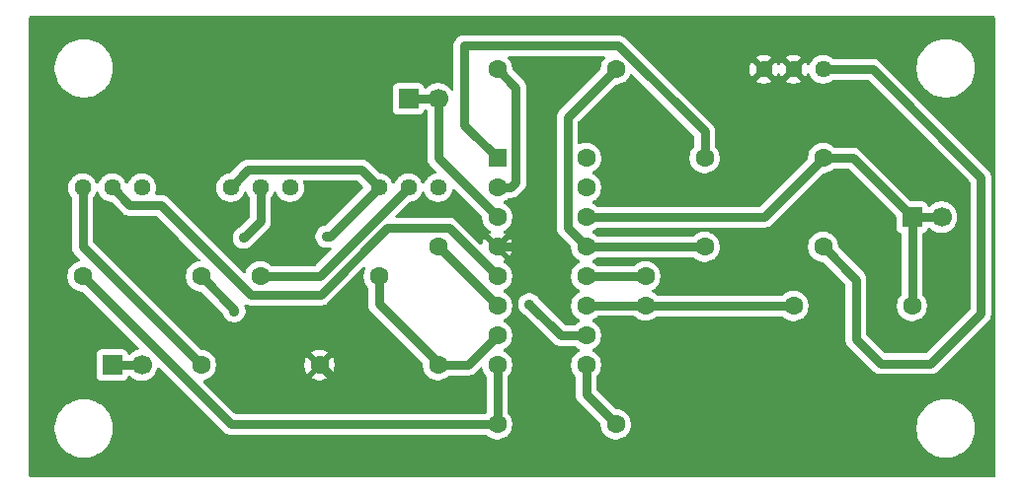
<source format=gbr>
G04 #@! TF.GenerationSoftware,KiCad,Pcbnew,9.0.7*
G04 #@! TF.CreationDate,2026-02-17T19:46:32+01:00*
G04 #@! TF.ProjectId,XR-2208,58522d32-3230-4382-9e6b-696361645f70,rev?*
G04 #@! TF.SameCoordinates,Original*
G04 #@! TF.FileFunction,Copper,L2,Bot*
G04 #@! TF.FilePolarity,Positive*
%FSLAX46Y46*%
G04 Gerber Fmt 4.6, Leading zero omitted, Abs format (unit mm)*
G04 Created by KiCad (PCBNEW 9.0.7) date 2026-02-17 19:46:33*
%MOMM*%
%LPD*%
G01*
G04 APERTURE LIST*
G04 Aperture macros list*
%AMRoundRect*
0 Rectangle with rounded corners*
0 $1 Rounding radius*
0 $2 $3 $4 $5 $6 $7 $8 $9 X,Y pos of 4 corners*
0 Add a 4 corners polygon primitive as box body*
4,1,4,$2,$3,$4,$5,$6,$7,$8,$9,$2,$3,0*
0 Add four circle primitives for the rounded corners*
1,1,$1+$1,$2,$3*
1,1,$1+$1,$4,$5*
1,1,$1+$1,$6,$7*
1,1,$1+$1,$8,$9*
0 Add four rect primitives between the rounded corners*
20,1,$1+$1,$2,$3,$4,$5,0*
20,1,$1+$1,$4,$5,$6,$7,0*
20,1,$1+$1,$6,$7,$8,$9,0*
20,1,$1+$1,$8,$9,$2,$3,0*%
G04 Aperture macros list end*
G04 #@! TA.AperFunction,ComponentPad*
%ADD10C,1.600000*%
G04 #@! TD*
G04 #@! TA.AperFunction,ComponentPad*
%ADD11C,1.440000*%
G04 #@! TD*
G04 #@! TA.AperFunction,ComponentPad*
%ADD12RoundRect,0.250000X-0.550000X-0.550000X0.550000X-0.550000X0.550000X0.550000X-0.550000X0.550000X0*%
G04 #@! TD*
G04 #@! TA.AperFunction,ComponentPad*
%ADD13R,1.700000X1.700000*%
G04 #@! TD*
G04 #@! TA.AperFunction,ComponentPad*
%ADD14C,1.700000*%
G04 #@! TD*
G04 #@! TA.AperFunction,ViaPad*
%ADD15C,0.900000*%
G04 #@! TD*
G04 #@! TA.AperFunction,Conductor*
%ADD16C,0.800000*%
G04 #@! TD*
G04 APERTURE END LIST*
D10*
G04 #@! TO.P,R4,1*
G04 #@! TO.N,Net-(R4-Pad1)*
X157480000Y-99060000D03*
G04 #@! TO.P,R4,2*
G04 #@! TO.N,Net-(IC1-OP+)*
X147320000Y-99060000D03*
G04 #@! TD*
G04 #@! TO.P,R1,1*
G04 #@! TO.N,Net-(R1-Pad1)*
X104140000Y-109220000D03*
G04 #@! TO.P,R1,2*
G04 #@! TO.N,GND*
X114300000Y-109220000D03*
G04 #@! TD*
D11*
G04 #@! TO.P,RV2,1,1*
G04 #@! TO.N,VCC*
X124460000Y-93980000D03*
G04 #@! TO.P,RV2,2,2*
G04 #@! TO.N,Net-(R2-Pad1)*
X121920000Y-93980000D03*
G04 #@! TO.P,RV2,3,3*
G04 #@! TO.N,VEE*
X119380000Y-93980000D03*
G04 #@! TD*
G04 #@! TO.P,RV1,1,1*
G04 #@! TO.N,Net-(J2-Pin_1)*
X99060000Y-93980000D03*
G04 #@! TO.P,RV1,2,2*
G04 #@! TO.N,Net-(IC1-Y_IN)*
X96520000Y-93980000D03*
G04 #@! TO.P,RV1,3,3*
G04 #@! TO.N,Net-(R1-Pad1)*
X93980000Y-93980000D03*
G04 #@! TD*
D10*
G04 #@! TO.P,RX1,1*
G04 #@! TO.N,Net-(IC1-X_GAIN@1)*
X129540000Y-114300000D03*
G04 #@! TO.P,RX1,2*
G04 #@! TO.N,Net-(IC1-X_GAIN@2)*
X139700000Y-114300000D03*
G04 #@! TD*
D11*
G04 #@! TO.P,RV3,1,1*
G04 #@! TO.N,VCC*
X111760000Y-93980000D03*
G04 #@! TO.P,RV3,2,2*
G04 #@! TO.N,Net-(R3-Pad1)*
X109220000Y-93980000D03*
G04 #@! TO.P,RV3,3,3*
G04 #@! TO.N,VEE*
X106680000Y-93980000D03*
G04 #@! TD*
D12*
G04 #@! TO.P,IC1,1,MULT@1*
G04 #@! TO.N,Net-(IC1-MULT@1)*
X129540000Y-91440000D03*
D10*
G04 #@! TO.P,IC1,2,MULT@2*
G04 #@! TO.N,Net-(IC1-MULT@2)*
X129540000Y-93980000D03*
G04 #@! TO.P,IC1,3,X_IN*
G04 #@! TO.N,Net-(IC1-X_IN)*
X129540000Y-96520000D03*
G04 #@! TO.P,IC1,4,COMMON*
G04 #@! TO.N,GND*
X129540000Y-99060000D03*
G04 #@! TO.P,IC1,5,Y_IN*
G04 #@! TO.N,Net-(IC1-Y_IN)*
X129540000Y-101600000D03*
G04 #@! TO.P,IC1,6,Y_GAIN@1*
G04 #@! TO.N,Net-(IC1-Y_GAIN@1)*
X129540000Y-104140000D03*
G04 #@! TO.P,IC1,7,Y_GAIN@2*
G04 #@! TO.N,Net-(IC1-Y_GAIN@2)*
X129540000Y-106680000D03*
G04 #@! TO.P,IC1,8,X_GAIN@1*
G04 #@! TO.N,Net-(IC1-X_GAIN@1)*
X129540000Y-109220000D03*
G04 #@! TO.P,IC1,9,X_GAIN@2*
G04 #@! TO.N,Net-(IC1-X_GAIN@2)*
X137160000Y-109220000D03*
G04 #@! TO.P,IC1,10,V-*
G04 #@! TO.N,VEE*
X137160000Y-106680000D03*
G04 #@! TO.P,IC1,11,OP_OUT*
G04 #@! TO.N,Net-(IC1-OP_OUT)*
X137160000Y-104140000D03*
G04 #@! TO.P,IC1,12,COMP*
G04 #@! TO.N,Net-(IC1-COMP)*
X137160000Y-101600000D03*
G04 #@! TO.P,IC1,13,OP+*
G04 #@! TO.N,Net-(IC1-OP+)*
X137160000Y-99060000D03*
G04 #@! TO.P,IC1,14,OP-*
G04 #@! TO.N,Net-(IC1-OP-)*
X137160000Y-96520000D03*
G04 #@! TO.P,IC1,15,HF_OUT*
G04 #@! TO.N,unconnected-(IC1-HF_OUT-Pad15)*
X137160000Y-93980000D03*
G04 #@! TO.P,IC1,16,V+*
G04 #@! TO.N,VCC*
X137160000Y-91440000D03*
G04 #@! TD*
G04 #@! TO.P,RY1,1*
G04 #@! TO.N,Net-(IC1-Y_GAIN@2)*
X124460000Y-109220000D03*
G04 #@! TO.P,RY1,2*
G04 #@! TO.N,Net-(IC1-Y_GAIN@1)*
X124460000Y-99060000D03*
G04 #@! TD*
G04 #@! TO.P,Ri1,1*
G04 #@! TO.N,Net-(IC1-MULT@1)*
X147320000Y-91440000D03*
G04 #@! TO.P,Ri1,2*
G04 #@! TO.N,Net-(IC1-OP-)*
X157480000Y-91440000D03*
G04 #@! TD*
G04 #@! TO.P,R2,1*
G04 #@! TO.N,Net-(R2-Pad1)*
X109220000Y-101600000D03*
G04 #@! TO.P,R2,2*
G04 #@! TO.N,Net-(IC1-Y_GAIN@2)*
X119380000Y-101600000D03*
G04 #@! TD*
D13*
G04 #@! TO.P,J2,1,Pin_1*
G04 #@! TO.N,Net-(J2-Pin_1)*
X96520000Y-109220000D03*
D14*
G04 #@! TO.P,J2,2,Pin_2*
X99060000Y-109220000D03*
G04 #@! TD*
D10*
G04 #@! TO.P,R5,1*
G04 #@! TO.N,Net-(IC1-MULT@2)*
X129540000Y-83820000D03*
G04 #@! TO.P,R5,2*
G04 #@! TO.N,Net-(IC1-OP+)*
X139700000Y-83820000D03*
G04 #@! TD*
D13*
G04 #@! TO.P,J1,1,Pin_1*
G04 #@! TO.N,Net-(IC1-X_IN)*
X121920000Y-86360000D03*
D14*
G04 #@! TO.P,J1,2,Pin_2*
X124460000Y-86360000D03*
G04 #@! TD*
D13*
G04 #@! TO.P,J3,1,Pin_1*
G04 #@! TO.N,Net-(IC1-OP-)*
X165100000Y-96520000D03*
D14*
G04 #@! TO.P,J3,2,Pin_2*
X167640000Y-96520000D03*
G04 #@! TD*
D10*
G04 #@! TO.P,Rf1,1*
G04 #@! TO.N,Net-(IC1-OP_OUT)*
X154940000Y-104140000D03*
G04 #@! TO.P,Rf1,2*
G04 #@! TO.N,Net-(IC1-OP-)*
X165100000Y-104140000D03*
G04 #@! TD*
G04 #@! TO.P,C1,1*
G04 #@! TO.N,Net-(IC1-COMP)*
X142240000Y-101600000D03*
G04 #@! TO.P,C1,2*
G04 #@! TO.N,Net-(IC1-OP_OUT)*
X142240000Y-104100000D03*
G04 #@! TD*
G04 #@! TO.P,R3,1*
G04 #@! TO.N,Net-(R3-Pad1)*
X104140000Y-101600000D03*
G04 #@! TO.P,R3,2*
G04 #@! TO.N,Net-(IC1-X_GAIN@1)*
X93980000Y-101600000D03*
G04 #@! TD*
D11*
G04 #@! TO.P,RV4,1,1*
G04 #@! TO.N,GND*
X152400000Y-83820000D03*
G04 #@! TO.P,RV4,2,2*
X154940000Y-83820000D03*
G04 #@! TO.P,RV4,3,3*
G04 #@! TO.N,Net-(R4-Pad1)*
X157480000Y-83820000D03*
G04 #@! TD*
D15*
G04 #@! TO.N,GND*
X134900000Y-102100000D03*
X117650000Y-110850000D03*
G04 #@! TO.N,VEE*
X132300000Y-104000000D03*
X114900000Y-98200000D03*
G04 #@! TO.N,Net-(R3-Pad1)*
X107800000Y-98300000D03*
X107000000Y-104600000D03*
G04 #@! TD*
D16*
G04 #@! TO.N,Net-(IC1-X_GAIN@2)*
X137160000Y-109220000D02*
X137160000Y-111760000D01*
X137160000Y-111760000D02*
X139700000Y-114300000D01*
G04 #@! TO.N,Net-(IC1-Y_IN)*
X129540000Y-101600000D02*
X125399000Y-97459000D01*
X114397470Y-103201000D02*
X108401000Y-103201000D01*
X100701000Y-95501000D02*
X98041000Y-95501000D01*
X125399000Y-97459000D02*
X120139470Y-97459000D01*
X108401000Y-103201000D02*
X100701000Y-95501000D01*
X98041000Y-95501000D02*
X96520000Y-93980000D01*
X120139470Y-97459000D02*
X114397470Y-103201000D01*
G04 #@! TO.N,GND*
X115930000Y-110850000D02*
X114300000Y-109220000D01*
X117650000Y-110850000D02*
X115930000Y-110850000D01*
X131860000Y-99060000D02*
X134900000Y-102100000D01*
X129540000Y-99060000D02*
X131860000Y-99060000D01*
G04 #@! TO.N,Net-(IC1-OP+)*
X139700000Y-83820000D02*
X135559000Y-87961000D01*
X135559000Y-87961000D02*
X135559000Y-97459000D01*
X147320000Y-99060000D02*
X137160000Y-99060000D01*
X135559000Y-97459000D02*
X137160000Y-99060000D01*
G04 #@! TO.N,Net-(IC1-OP-)*
X152400000Y-96520000D02*
X157480000Y-91440000D01*
X157480000Y-91440000D02*
X160020000Y-91440000D01*
X137160000Y-96520000D02*
X152400000Y-96520000D01*
X165100000Y-96520000D02*
X167640000Y-96520000D01*
X160020000Y-91440000D02*
X165100000Y-96520000D01*
X165100000Y-96520000D02*
X165100000Y-104140000D01*
G04 #@! TO.N,Net-(IC1-OP_OUT)*
X137200000Y-104100000D02*
X137160000Y-104140000D01*
X154940000Y-104140000D02*
X142280000Y-104140000D01*
X142240000Y-104100000D02*
X137200000Y-104100000D01*
X142280000Y-104140000D02*
X142240000Y-104100000D01*
G04 #@! TO.N,Net-(IC1-COMP)*
X142240000Y-101600000D02*
X137160000Y-101600000D01*
G04 #@! TO.N,Net-(IC1-X_GAIN@1)*
X129540000Y-114300000D02*
X129540000Y-109220000D01*
X106680000Y-114300000D02*
X129540000Y-114300000D01*
X93980000Y-101600000D02*
X106680000Y-114300000D01*
G04 #@! TO.N,Net-(IC1-Y_GAIN@2)*
X124460000Y-109220000D02*
X127000000Y-109220000D01*
X119380000Y-103980000D02*
X119380000Y-101600000D01*
X127000000Y-109220000D02*
X129540000Y-106680000D01*
X124460000Y-109220000D02*
X124460000Y-109060000D01*
X124460000Y-109060000D02*
X119380000Y-103980000D01*
G04 #@! TO.N,Net-(IC1-MULT@2)*
X131141000Y-93510370D02*
X130671370Y-93980000D01*
X129540000Y-83820000D02*
X131141000Y-85421000D01*
X131141000Y-85421000D02*
X131141000Y-93510370D01*
X130671370Y-93980000D02*
X129540000Y-93980000D01*
G04 #@! TO.N,VEE*
X137160000Y-106680000D02*
X134980000Y-106680000D01*
X115160000Y-98200000D02*
X119380000Y-93980000D01*
X134980000Y-106680000D02*
X132300000Y-104000000D01*
X114900000Y-98200000D02*
X115160000Y-98200000D01*
X106680000Y-93980000D02*
X108201000Y-92459000D01*
X117859000Y-92459000D02*
X119380000Y-93980000D01*
X108201000Y-92459000D02*
X117859000Y-92459000D01*
G04 #@! TO.N,Net-(IC1-Y_GAIN@1)*
X129540000Y-104140000D02*
X124460000Y-99060000D01*
G04 #@! TO.N,Net-(IC1-X_IN)*
X124460000Y-86360000D02*
X124460000Y-91440000D01*
X121920000Y-86360000D02*
X124460000Y-86360000D01*
X124460000Y-91440000D02*
X129540000Y-96520000D01*
G04 #@! TO.N,Net-(IC1-MULT@1)*
X147320000Y-91440000D02*
X147320000Y-89175844D01*
X139944156Y-81800000D02*
X126700000Y-81800000D01*
X126700000Y-88600000D02*
X129540000Y-91440000D01*
X147320000Y-89175844D02*
X139944156Y-81800000D01*
X126700000Y-81800000D02*
X126700000Y-88600000D01*
G04 #@! TO.N,Net-(J2-Pin_1)*
X96520000Y-109220000D02*
X99060000Y-109220000D01*
G04 #@! TO.N,Net-(R1-Pad1)*
X93980000Y-93980000D02*
X93980000Y-99060000D01*
X93980000Y-99060000D02*
X104140000Y-109220000D01*
G04 #@! TO.N,Net-(R2-Pad1)*
X114300000Y-101600000D02*
X121920000Y-93980000D01*
X109220000Y-101600000D02*
X114300000Y-101600000D01*
G04 #@! TO.N,Net-(R3-Pad1)*
X109220000Y-96880000D02*
X107800000Y-98300000D01*
X107000000Y-104460000D02*
X104140000Y-101600000D01*
X109220000Y-93980000D02*
X109220000Y-96880000D01*
X107000000Y-104600000D02*
X107000000Y-104460000D01*
G04 #@! TO.N,Net-(R4-Pad1)*
X160300000Y-107000000D02*
X160300000Y-101880000D01*
X161720000Y-83820000D02*
X171000000Y-93100000D01*
X166700000Y-109100000D02*
X162400000Y-109100000D01*
X162400000Y-109100000D02*
X160300000Y-107000000D01*
X171000000Y-104800000D02*
X166700000Y-109100000D01*
X157480000Y-83820000D02*
X161720000Y-83820000D01*
X171000000Y-93100000D02*
X171000000Y-104800000D01*
X160300000Y-101880000D02*
X157480000Y-99060000D01*
G04 #@! TD*
G04 #@! TA.AperFunction,Conductor*
G04 #@! TO.N,GND*
G36*
X95304711Y-94310958D02*
G01*
X95356187Y-94358202D01*
X95367931Y-94383919D01*
X95388915Y-94448504D01*
X95456332Y-94580815D01*
X95476135Y-94619681D01*
X95589055Y-94775102D01*
X95724898Y-94910945D01*
X95880319Y-95023865D01*
X96014598Y-95092284D01*
X96051493Y-95111083D01*
X96119505Y-95133181D01*
X96234199Y-95170447D01*
X96423945Y-95200500D01*
X96423963Y-95200500D01*
X96425072Y-95200588D01*
X96425477Y-95200742D01*
X96428757Y-95201262D01*
X96428647Y-95201950D01*
X96490361Y-95225472D01*
X96503025Y-95236525D01*
X97466958Y-96200459D01*
X97466961Y-96200462D01*
X97466964Y-96200464D01*
X97508422Y-96228165D01*
X97614453Y-96299013D01*
X97631237Y-96305965D01*
X97778334Y-96366895D01*
X97952303Y-96401499D01*
X97952307Y-96401500D01*
X97952308Y-96401500D01*
X97952309Y-96401500D01*
X100276638Y-96401500D01*
X100343677Y-96421185D01*
X100364319Y-96437819D01*
X102260577Y-98334077D01*
X104028164Y-100101663D01*
X104061649Y-100162986D01*
X104056665Y-100232678D01*
X104014793Y-100288611D01*
X103959881Y-100311817D01*
X103835465Y-100331522D01*
X103640776Y-100394781D01*
X103458386Y-100487715D01*
X103292786Y-100608028D01*
X103148028Y-100752786D01*
X103027715Y-100918386D01*
X102934781Y-101100776D01*
X102871522Y-101295465D01*
X102839500Y-101497647D01*
X102839500Y-101702351D01*
X102871522Y-101904534D01*
X102934781Y-102099223D01*
X102994629Y-102216680D01*
X103025875Y-102278003D01*
X103027715Y-102281613D01*
X103148028Y-102447213D01*
X103292786Y-102591971D01*
X103447749Y-102704556D01*
X103458390Y-102712287D01*
X103551080Y-102759515D01*
X103640776Y-102805218D01*
X103640778Y-102805218D01*
X103640781Y-102805220D01*
X103745137Y-102839127D01*
X103835465Y-102868477D01*
X103854697Y-102871523D01*
X104037648Y-102900500D01*
X104115638Y-102900500D01*
X104182677Y-102920185D01*
X104203319Y-102936819D01*
X106045095Y-104778594D01*
X106078580Y-104839917D01*
X106079031Y-104842083D01*
X106086025Y-104877245D01*
X106086026Y-104877249D01*
X106157676Y-105050228D01*
X106157681Y-105050237D01*
X106261697Y-105205907D01*
X106261700Y-105205911D01*
X106394088Y-105338299D01*
X106394092Y-105338302D01*
X106549762Y-105442318D01*
X106549768Y-105442321D01*
X106549769Y-105442322D01*
X106722749Y-105513973D01*
X106906379Y-105550499D01*
X106906383Y-105550500D01*
X106906384Y-105550500D01*
X107093617Y-105550500D01*
X107093618Y-105550499D01*
X107277251Y-105513973D01*
X107450231Y-105442322D01*
X107605908Y-105338302D01*
X107738302Y-105205908D01*
X107842322Y-105050231D01*
X107913973Y-104877251D01*
X107950500Y-104693616D01*
X107950500Y-104506384D01*
X107913973Y-104322749D01*
X107874142Y-104226589D01*
X107870976Y-104218077D01*
X107868579Y-104210831D01*
X107865895Y-104197334D01*
X107857068Y-104176024D01*
X107855644Y-104171718D01*
X107854610Y-104141159D01*
X107851343Y-104110766D01*
X107853441Y-104106573D01*
X107853283Y-104101888D01*
X107868934Y-104075623D01*
X107882618Y-104048287D01*
X107886649Y-104045894D01*
X107889050Y-104041867D01*
X107916412Y-104028235D01*
X107942706Y-104012634D01*
X107947392Y-104012801D01*
X107951588Y-104010711D01*
X107981974Y-104014036D01*
X108012531Y-104015127D01*
X108020825Y-104018221D01*
X108020897Y-104018250D01*
X108138334Y-104066894D01*
X108138336Y-104066894D01*
X108138341Y-104066896D01*
X108312304Y-104101499D01*
X108312307Y-104101500D01*
X108312309Y-104101500D01*
X114486163Y-104101500D01*
X114486164Y-104101499D01*
X114660136Y-104066895D01*
X114758948Y-104025965D01*
X114824017Y-103999013D01*
X114921157Y-103934106D01*
X114971506Y-103900464D01*
X118040450Y-100831518D01*
X118101773Y-100798034D01*
X118171465Y-100803018D01*
X118227398Y-100844890D01*
X118251815Y-100910354D01*
X118238616Y-100975495D01*
X118174782Y-101100776D01*
X118111522Y-101295465D01*
X118079500Y-101497647D01*
X118079500Y-101702351D01*
X118111522Y-101904534D01*
X118174781Y-102099223D01*
X118234629Y-102216680D01*
X118265875Y-102278003D01*
X118267715Y-102281613D01*
X118388028Y-102447213D01*
X118443181Y-102502366D01*
X118476666Y-102563689D01*
X118479500Y-102590047D01*
X118479500Y-104068696D01*
X118514103Y-104242659D01*
X118514106Y-104242669D01*
X118527042Y-104273900D01*
X118527048Y-104273913D01*
X118528431Y-104277251D01*
X118581987Y-104406547D01*
X118611176Y-104450231D01*
X118615930Y-104457346D01*
X118615933Y-104457352D01*
X118680532Y-104554031D01*
X118680538Y-104554039D01*
X123126397Y-108999897D01*
X123159882Y-109061220D01*
X123161190Y-109106971D01*
X123159500Y-109117643D01*
X123159500Y-109322351D01*
X123191522Y-109524534D01*
X123254781Y-109719223D01*
X123295665Y-109799461D01*
X123347585Y-109901359D01*
X123347715Y-109901613D01*
X123468028Y-110067213D01*
X123612786Y-110211971D01*
X123750928Y-110312335D01*
X123778390Y-110332287D01*
X123862319Y-110375051D01*
X123960776Y-110425218D01*
X123960778Y-110425218D01*
X123960781Y-110425220D01*
X124065137Y-110459127D01*
X124155465Y-110488477D01*
X124176288Y-110491775D01*
X124357648Y-110520500D01*
X124357649Y-110520500D01*
X124562351Y-110520500D01*
X124562352Y-110520500D01*
X124764534Y-110488477D01*
X124959219Y-110425220D01*
X125141610Y-110332287D01*
X125254726Y-110250104D01*
X125307213Y-110211971D01*
X125307215Y-110211968D01*
X125307219Y-110211966D01*
X125362366Y-110156819D01*
X125423689Y-110123334D01*
X125450047Y-110120500D01*
X127088693Y-110120500D01*
X127088694Y-110120499D01*
X127262666Y-110085895D01*
X127344606Y-110051953D01*
X127426547Y-110018013D01*
X127514959Y-109958936D01*
X127574036Y-109919464D01*
X128058072Y-109435426D01*
X128119393Y-109401943D01*
X128189084Y-109406927D01*
X128245018Y-109448798D01*
X128268224Y-109503707D01*
X128271523Y-109524537D01*
X128334781Y-109719223D01*
X128375665Y-109799461D01*
X128427585Y-109901359D01*
X128427715Y-109901613D01*
X128548028Y-110067213D01*
X128603181Y-110122366D01*
X128636666Y-110183689D01*
X128639500Y-110210047D01*
X128639500Y-113275500D01*
X128619815Y-113342539D01*
X128567011Y-113388294D01*
X128515500Y-113399500D01*
X107104361Y-113399500D01*
X107037322Y-113379815D01*
X107016680Y-113363181D01*
X104355428Y-110701929D01*
X104321943Y-110640606D01*
X104326927Y-110570914D01*
X104368799Y-110514981D01*
X104423712Y-110491775D01*
X104444534Y-110488477D01*
X104496608Y-110471557D01*
X104639219Y-110425220D01*
X104821610Y-110332287D01*
X104934726Y-110250104D01*
X104987213Y-110211971D01*
X104987215Y-110211968D01*
X104987219Y-110211966D01*
X105131966Y-110067219D01*
X105131968Y-110067215D01*
X105131971Y-110067213D01*
X105205581Y-109965896D01*
X105252287Y-109901610D01*
X105345220Y-109719219D01*
X105408477Y-109524534D01*
X105440500Y-109322352D01*
X105440500Y-109117682D01*
X113000000Y-109117682D01*
X113000000Y-109322317D01*
X113032009Y-109524417D01*
X113095244Y-109719031D01*
X113188141Y-109901350D01*
X113188147Y-109901359D01*
X113220523Y-109945921D01*
X113220524Y-109945922D01*
X113900000Y-109266446D01*
X113900000Y-109272661D01*
X113927259Y-109374394D01*
X113979920Y-109465606D01*
X114054394Y-109540080D01*
X114145606Y-109592741D01*
X114247339Y-109620000D01*
X114253553Y-109620000D01*
X113574076Y-110299474D01*
X113618650Y-110331859D01*
X113800968Y-110424755D01*
X113995582Y-110487990D01*
X114197683Y-110520000D01*
X114402317Y-110520000D01*
X114604417Y-110487990D01*
X114799031Y-110424755D01*
X114981349Y-110331859D01*
X115025921Y-110299474D01*
X114346447Y-109620000D01*
X114352661Y-109620000D01*
X114454394Y-109592741D01*
X114545606Y-109540080D01*
X114620080Y-109465606D01*
X114672741Y-109374394D01*
X114700000Y-109272661D01*
X114700000Y-109266448D01*
X115379474Y-109945922D01*
X115379474Y-109945921D01*
X115411859Y-109901349D01*
X115504755Y-109719031D01*
X115567990Y-109524417D01*
X115600000Y-109322317D01*
X115600000Y-109117682D01*
X115567990Y-108915582D01*
X115504755Y-108720968D01*
X115411859Y-108538650D01*
X115379474Y-108494077D01*
X115379474Y-108494076D01*
X114700000Y-109173551D01*
X114700000Y-109167339D01*
X114672741Y-109065606D01*
X114620080Y-108974394D01*
X114545606Y-108899920D01*
X114454394Y-108847259D01*
X114352661Y-108820000D01*
X114346446Y-108820000D01*
X115025922Y-108140524D01*
X115025921Y-108140523D01*
X114981359Y-108108147D01*
X114981350Y-108108141D01*
X114799031Y-108015244D01*
X114604417Y-107952009D01*
X114402317Y-107920000D01*
X114197683Y-107920000D01*
X113995582Y-107952009D01*
X113800968Y-108015244D01*
X113618644Y-108108143D01*
X113574077Y-108140523D01*
X113574077Y-108140524D01*
X114253554Y-108820000D01*
X114247339Y-108820000D01*
X114145606Y-108847259D01*
X114054394Y-108899920D01*
X113979920Y-108974394D01*
X113927259Y-109065606D01*
X113900000Y-109167339D01*
X113900000Y-109173553D01*
X113220524Y-108494077D01*
X113220523Y-108494077D01*
X113188143Y-108538644D01*
X113095244Y-108720968D01*
X113032009Y-108915582D01*
X113000000Y-109117682D01*
X105440500Y-109117682D01*
X105440500Y-109117648D01*
X105421850Y-108999897D01*
X105408477Y-108915465D01*
X105377458Y-108820000D01*
X105345220Y-108720781D01*
X105345218Y-108720778D01*
X105345218Y-108720776D01*
X105252419Y-108538650D01*
X105252287Y-108538390D01*
X105220092Y-108494077D01*
X105131971Y-108372786D01*
X104987213Y-108228028D01*
X104821613Y-108107715D01*
X104821612Y-108107714D01*
X104821610Y-108107713D01*
X104737681Y-108064949D01*
X104639223Y-108014781D01*
X104444534Y-107951522D01*
X104269995Y-107923878D01*
X104242352Y-107919500D01*
X104242351Y-107919500D01*
X104164362Y-107919500D01*
X104097323Y-107899815D01*
X104076681Y-107883181D01*
X94916819Y-98723319D01*
X94883334Y-98661996D01*
X94880500Y-98635638D01*
X94880500Y-94856494D01*
X94900185Y-94789455D01*
X94910211Y-94775961D01*
X94910936Y-94775110D01*
X94910945Y-94775102D01*
X95023865Y-94619681D01*
X95111082Y-94448509D01*
X95111084Y-94448504D01*
X95132069Y-94383919D01*
X95171506Y-94326243D01*
X95235864Y-94299044D01*
X95304711Y-94310958D01*
G37*
G04 #@! TD.AperFunction*
G04 #@! TA.AperFunction,Conductor*
G36*
X125820954Y-94094721D02*
G01*
X125872006Y-94125506D01*
X128203181Y-96456681D01*
X128236666Y-96518004D01*
X128239500Y-96544362D01*
X128239500Y-96622351D01*
X128271522Y-96824534D01*
X128334781Y-97019223D01*
X128427715Y-97201613D01*
X128548028Y-97367213D01*
X128692786Y-97511971D01*
X128858385Y-97632284D01*
X128858387Y-97632285D01*
X128858390Y-97632287D01*
X128942319Y-97675051D01*
X128951630Y-97679795D01*
X129002426Y-97727770D01*
X129019221Y-97795591D01*
X128996684Y-97861725D01*
X128951630Y-97900765D01*
X128858644Y-97948143D01*
X128814077Y-97980523D01*
X128814077Y-97980524D01*
X129493554Y-98660000D01*
X129487339Y-98660000D01*
X129385606Y-98687259D01*
X129294394Y-98739920D01*
X129219920Y-98814394D01*
X129167259Y-98905606D01*
X129140000Y-99007339D01*
X129140000Y-99013553D01*
X128460524Y-98334077D01*
X128460523Y-98334077D01*
X128428143Y-98378644D01*
X128335244Y-98560968D01*
X128272010Y-98755580D01*
X128268661Y-98776726D01*
X128238730Y-98839860D01*
X128179418Y-98876790D01*
X128109556Y-98875792D01*
X128058507Y-98845007D01*
X125973035Y-96759535D01*
X125973030Y-96759531D01*
X125918907Y-96723368D01*
X125918898Y-96723363D01*
X125913959Y-96720063D01*
X125825547Y-96660987D01*
X125732273Y-96622352D01*
X125661666Y-96593105D01*
X125661658Y-96593103D01*
X125487696Y-96558500D01*
X125487692Y-96558500D01*
X125487691Y-96558500D01*
X120914361Y-96558500D01*
X120847322Y-96538815D01*
X120801567Y-96486011D01*
X120791623Y-96416853D01*
X120820648Y-96353297D01*
X120826680Y-96346819D01*
X121361320Y-95812179D01*
X121936975Y-95236523D01*
X121998296Y-95203040D01*
X122014929Y-95200588D01*
X122016035Y-95200500D01*
X122016055Y-95200500D01*
X122205801Y-95170447D01*
X122388509Y-95111082D01*
X122559681Y-95023865D01*
X122715102Y-94910945D01*
X122850945Y-94775102D01*
X122963865Y-94619681D01*
X123051082Y-94448509D01*
X123051084Y-94448504D01*
X123072069Y-94383919D01*
X123111506Y-94326243D01*
X123175864Y-94299044D01*
X123244711Y-94310958D01*
X123296187Y-94358202D01*
X123307931Y-94383919D01*
X123328915Y-94448504D01*
X123396332Y-94580815D01*
X123416135Y-94619681D01*
X123529055Y-94775102D01*
X123664898Y-94910945D01*
X123820319Y-95023865D01*
X123954598Y-95092284D01*
X123991493Y-95111083D01*
X124059505Y-95133181D01*
X124174199Y-95170447D01*
X124363945Y-95200500D01*
X124363946Y-95200500D01*
X124556054Y-95200500D01*
X124556055Y-95200500D01*
X124745801Y-95170447D01*
X124928509Y-95111082D01*
X125099681Y-95023865D01*
X125255102Y-94910945D01*
X125390945Y-94775102D01*
X125503865Y-94619681D01*
X125591082Y-94448509D01*
X125650447Y-94265801D01*
X125661853Y-94193785D01*
X125691780Y-94130655D01*
X125751092Y-94093723D01*
X125820954Y-94094721D01*
G37*
G04 #@! TD.AperFunction*
G04 #@! TA.AperFunction,Conductor*
G36*
X172162539Y-79260185D02*
G01*
X172208294Y-79312989D01*
X172219500Y-79364500D01*
X172219500Y-118755500D01*
X172199815Y-118822539D01*
X172147011Y-118868294D01*
X172095500Y-118879500D01*
X89524500Y-118879500D01*
X89457461Y-118859815D01*
X89411706Y-118807011D01*
X89400500Y-118755500D01*
X89400500Y-114519568D01*
X91599500Y-114519568D01*
X91599500Y-114800431D01*
X91630942Y-115079494D01*
X91630945Y-115079512D01*
X91693439Y-115353317D01*
X91693443Y-115353329D01*
X91786200Y-115618411D01*
X91908053Y-115871442D01*
X91908055Y-115871445D01*
X92057477Y-116109248D01*
X92232584Y-116328825D01*
X92431175Y-116527416D01*
X92650752Y-116702523D01*
X92888555Y-116851945D01*
X93141592Y-116973801D01*
X93340680Y-117043465D01*
X93406670Y-117066556D01*
X93406682Y-117066560D01*
X93680491Y-117129055D01*
X93680497Y-117129055D01*
X93680505Y-117129057D01*
X93866547Y-117150018D01*
X93959569Y-117160499D01*
X93959572Y-117160500D01*
X93959575Y-117160500D01*
X94240428Y-117160500D01*
X94240429Y-117160499D01*
X94383055Y-117144429D01*
X94519494Y-117129057D01*
X94519499Y-117129056D01*
X94519509Y-117129055D01*
X94793318Y-117066560D01*
X95058408Y-116973801D01*
X95311445Y-116851945D01*
X95549248Y-116702523D01*
X95768825Y-116527416D01*
X95967416Y-116328825D01*
X96142523Y-116109248D01*
X96291945Y-115871445D01*
X96413801Y-115618408D01*
X96506560Y-115353318D01*
X96569055Y-115079509D01*
X96580086Y-114981610D01*
X96600499Y-114800431D01*
X96600500Y-114800427D01*
X96600500Y-114519572D01*
X96600499Y-114519568D01*
X96569057Y-114240505D01*
X96569054Y-114240487D01*
X96506560Y-113966682D01*
X96506556Y-113966670D01*
X96483465Y-113900680D01*
X96413801Y-113701592D01*
X96291945Y-113448555D01*
X96142523Y-113210752D01*
X95967416Y-112991175D01*
X95768825Y-112792584D01*
X95549248Y-112617477D01*
X95311445Y-112468055D01*
X95311442Y-112468053D01*
X95058411Y-112346200D01*
X94793329Y-112253443D01*
X94793317Y-112253439D01*
X94519512Y-112190945D01*
X94519494Y-112190942D01*
X94240431Y-112159500D01*
X94240425Y-112159500D01*
X93959575Y-112159500D01*
X93959568Y-112159500D01*
X93680505Y-112190942D01*
X93680487Y-112190945D01*
X93406682Y-112253439D01*
X93406670Y-112253443D01*
X93141588Y-112346200D01*
X92888557Y-112468053D01*
X92650753Y-112617476D01*
X92431175Y-112792583D01*
X92232583Y-112991175D01*
X92057476Y-113210753D01*
X91908053Y-113448557D01*
X91786200Y-113701588D01*
X91693443Y-113966670D01*
X91693439Y-113966682D01*
X91630945Y-114240487D01*
X91630942Y-114240505D01*
X91599500Y-114519568D01*
X89400500Y-114519568D01*
X89400500Y-101497647D01*
X92679500Y-101497647D01*
X92679500Y-101702351D01*
X92711522Y-101904534D01*
X92774781Y-102099223D01*
X92834629Y-102216680D01*
X92865875Y-102278003D01*
X92867715Y-102281613D01*
X92988028Y-102447213D01*
X93132786Y-102591971D01*
X93287749Y-102704556D01*
X93298390Y-102712287D01*
X93391080Y-102759515D01*
X93480776Y-102805218D01*
X93480778Y-102805218D01*
X93480781Y-102805220D01*
X93585137Y-102839127D01*
X93675465Y-102868477D01*
X93694697Y-102871523D01*
X93877648Y-102900500D01*
X93955638Y-102900500D01*
X94022677Y-102920185D01*
X94043319Y-102936819D01*
X98801288Y-107694788D01*
X98834773Y-107756111D01*
X98829789Y-107825803D01*
X98787917Y-107881736D01*
X98748123Y-107900428D01*
X98748390Y-107901249D01*
X98743759Y-107902753D01*
X98743757Y-107902754D01*
X98582004Y-107955311D01*
X98541585Y-107968444D01*
X98352179Y-108064951D01*
X98180213Y-108189890D01*
X98180209Y-108189894D01*
X98086923Y-108283181D01*
X98059995Y-108297884D01*
X98034177Y-108314477D01*
X98027976Y-108315368D01*
X98025600Y-108316666D01*
X97999242Y-108319500D01*
X97971440Y-108319500D01*
X97904401Y-108299815D01*
X97858646Y-108247011D01*
X97855258Y-108238833D01*
X97813797Y-108127671D01*
X97813793Y-108127664D01*
X97727547Y-108012455D01*
X97727544Y-108012452D01*
X97612335Y-107926206D01*
X97612328Y-107926202D01*
X97477482Y-107875908D01*
X97477483Y-107875908D01*
X97417883Y-107869501D01*
X97417881Y-107869500D01*
X97417873Y-107869500D01*
X97417864Y-107869500D01*
X95622129Y-107869500D01*
X95622123Y-107869501D01*
X95562516Y-107875908D01*
X95427671Y-107926202D01*
X95427664Y-107926206D01*
X95312455Y-108012452D01*
X95312452Y-108012455D01*
X95226206Y-108127664D01*
X95226202Y-108127671D01*
X95175908Y-108262517D01*
X95169501Y-108322116D01*
X95169500Y-108322135D01*
X95169500Y-110117870D01*
X95169501Y-110117876D01*
X95175908Y-110177483D01*
X95226202Y-110312328D01*
X95226206Y-110312335D01*
X95312452Y-110427544D01*
X95312455Y-110427547D01*
X95427664Y-110513793D01*
X95427671Y-110513797D01*
X95562517Y-110564091D01*
X95562516Y-110564091D01*
X95569444Y-110564835D01*
X95622127Y-110570500D01*
X97417872Y-110570499D01*
X97477483Y-110564091D01*
X97612331Y-110513796D01*
X97727546Y-110427546D01*
X97813796Y-110312331D01*
X97821149Y-110292615D01*
X97855258Y-110201167D01*
X97868527Y-110183440D01*
X97877727Y-110163297D01*
X97889057Y-110156015D01*
X97897129Y-110145233D01*
X97917877Y-110137494D01*
X97936505Y-110125523D01*
X97958421Y-110122371D01*
X97962593Y-110120816D01*
X97971440Y-110120500D01*
X97999242Y-110120500D01*
X98066281Y-110140185D01*
X98086923Y-110156819D01*
X98180213Y-110250109D01*
X98352179Y-110375048D01*
X98352181Y-110375049D01*
X98352184Y-110375051D01*
X98541588Y-110471557D01*
X98743757Y-110537246D01*
X98953713Y-110570500D01*
X98953714Y-110570500D01*
X99166286Y-110570500D01*
X99166287Y-110570500D01*
X99376243Y-110537246D01*
X99578412Y-110471557D01*
X99767816Y-110375051D01*
X99854138Y-110312335D01*
X99939786Y-110250109D01*
X99939788Y-110250106D01*
X99939792Y-110250104D01*
X100090104Y-110099792D01*
X100090106Y-110099788D01*
X100090109Y-110099786D01*
X100215048Y-109927820D01*
X100215047Y-109927820D01*
X100215051Y-109927816D01*
X100311557Y-109738412D01*
X100377246Y-109536243D01*
X100377246Y-109536240D01*
X100378751Y-109531610D01*
X100380062Y-109532036D01*
X100411750Y-109476851D01*
X100473777Y-109444689D01*
X100543346Y-109451166D01*
X100585212Y-109478711D01*
X105980536Y-114874035D01*
X106088111Y-114981610D01*
X106105966Y-114999465D01*
X106225760Y-115079509D01*
X106253453Y-115098013D01*
X106335393Y-115131953D01*
X106417334Y-115165895D01*
X106591303Y-115200499D01*
X106591307Y-115200500D01*
X106591308Y-115200500D01*
X106591309Y-115200500D01*
X128549953Y-115200500D01*
X128616992Y-115220185D01*
X128637634Y-115236819D01*
X128692786Y-115291971D01*
X128847749Y-115404556D01*
X128858390Y-115412287D01*
X128974607Y-115471503D01*
X129040776Y-115505218D01*
X129040778Y-115505218D01*
X129040781Y-115505220D01*
X129145137Y-115539127D01*
X129235465Y-115568477D01*
X129336557Y-115584488D01*
X129437648Y-115600500D01*
X129437649Y-115600500D01*
X129642351Y-115600500D01*
X129642352Y-115600500D01*
X129844534Y-115568477D01*
X130039219Y-115505220D01*
X130221610Y-115412287D01*
X130314590Y-115344732D01*
X130387213Y-115291971D01*
X130387215Y-115291968D01*
X130387219Y-115291966D01*
X130531966Y-115147219D01*
X130531968Y-115147215D01*
X130531971Y-115147213D01*
X130584732Y-115074590D01*
X130652287Y-114981610D01*
X130744602Y-114800431D01*
X130745218Y-114799223D01*
X130745218Y-114799222D01*
X130745220Y-114799219D01*
X130808477Y-114604534D01*
X130840500Y-114402352D01*
X130840500Y-114197648D01*
X130808477Y-113995466D01*
X130745220Y-113800781D01*
X130745218Y-113800778D01*
X130745218Y-113800776D01*
X130711503Y-113734607D01*
X130652287Y-113618390D01*
X130580637Y-113519771D01*
X130531971Y-113452786D01*
X130476819Y-113397634D01*
X130443334Y-113336311D01*
X130440500Y-113309953D01*
X130440500Y-110210047D01*
X130460185Y-110143008D01*
X130476819Y-110122366D01*
X130499399Y-110099786D01*
X130531966Y-110067219D01*
X130531968Y-110067215D01*
X130531971Y-110067213D01*
X130605581Y-109965896D01*
X130652287Y-109901610D01*
X130745220Y-109719219D01*
X130808477Y-109524534D01*
X130840500Y-109322352D01*
X130840500Y-109117648D01*
X130821850Y-108999897D01*
X130808477Y-108915465D01*
X130777458Y-108820000D01*
X130745220Y-108720781D01*
X130745218Y-108720778D01*
X130745218Y-108720776D01*
X130652419Y-108538650D01*
X130652287Y-108538390D01*
X130620092Y-108494077D01*
X130531971Y-108372786D01*
X130387213Y-108228028D01*
X130221614Y-108107715D01*
X130215006Y-108104348D01*
X130128917Y-108060483D01*
X130078123Y-108012511D01*
X130061328Y-107944690D01*
X130083865Y-107878555D01*
X130128917Y-107839516D01*
X130221610Y-107792287D01*
X130242770Y-107776913D01*
X130387213Y-107671971D01*
X130387215Y-107671968D01*
X130387219Y-107671966D01*
X130531966Y-107527219D01*
X130531968Y-107527215D01*
X130531971Y-107527213D01*
X130605108Y-107426547D01*
X130652287Y-107361610D01*
X130745220Y-107179219D01*
X130808477Y-106984534D01*
X130840500Y-106782352D01*
X130840500Y-106577648D01*
X130808477Y-106375466D01*
X130745220Y-106180781D01*
X130745218Y-106180778D01*
X130745218Y-106180776D01*
X130711503Y-106114607D01*
X130652287Y-105998390D01*
X130644556Y-105987749D01*
X130531971Y-105832786D01*
X130387213Y-105688028D01*
X130221614Y-105567715D01*
X130215006Y-105564348D01*
X130128917Y-105520483D01*
X130078123Y-105472511D01*
X130061328Y-105404690D01*
X130083865Y-105338555D01*
X130128917Y-105299516D01*
X130221610Y-105252287D01*
X130285447Y-105205907D01*
X130387213Y-105131971D01*
X130387215Y-105131968D01*
X130387219Y-105131966D01*
X130531966Y-104987219D01*
X130531968Y-104987215D01*
X130531971Y-104987213D01*
X130603549Y-104888692D01*
X130652287Y-104821610D01*
X130745220Y-104639219D01*
X130808477Y-104444534D01*
X130840500Y-104242352D01*
X130840500Y-104037648D01*
X130823682Y-103931465D01*
X130808477Y-103835465D01*
X130771853Y-103722748D01*
X130745220Y-103640781D01*
X130745218Y-103640778D01*
X130745218Y-103640776D01*
X130698843Y-103549762D01*
X130652287Y-103458390D01*
X130644556Y-103447749D01*
X130531971Y-103292786D01*
X130387213Y-103148028D01*
X130221614Y-103027715D01*
X130215006Y-103024348D01*
X130128917Y-102980483D01*
X130078123Y-102932511D01*
X130061328Y-102864690D01*
X130083865Y-102798555D01*
X130128917Y-102759516D01*
X130221610Y-102712287D01*
X130242770Y-102696913D01*
X130387213Y-102591971D01*
X130387215Y-102591968D01*
X130387219Y-102591966D01*
X130531966Y-102447219D01*
X130531968Y-102447215D01*
X130531971Y-102447213D01*
X130584732Y-102374590D01*
X130652287Y-102281610D01*
X130745220Y-102099219D01*
X130808477Y-101904534D01*
X130840500Y-101702352D01*
X130840500Y-101497648D01*
X130808477Y-101295466D01*
X130745220Y-101100781D01*
X130745218Y-101100778D01*
X130745218Y-101100776D01*
X130681383Y-100975495D01*
X130652287Y-100918390D01*
X130598887Y-100844890D01*
X130531971Y-100752786D01*
X130387213Y-100608028D01*
X130221611Y-100487713D01*
X130128369Y-100440203D01*
X130077574Y-100392229D01*
X130060779Y-100324407D01*
X130083317Y-100258273D01*
X130128371Y-100219234D01*
X130221346Y-100171861D01*
X130221347Y-100171861D01*
X130265921Y-100139474D01*
X129586446Y-99460000D01*
X129592661Y-99460000D01*
X129694394Y-99432741D01*
X129785606Y-99380080D01*
X129860080Y-99305606D01*
X129912741Y-99214394D01*
X129940000Y-99112661D01*
X129940000Y-99106447D01*
X130619474Y-99785921D01*
X130651859Y-99741349D01*
X130744755Y-99559031D01*
X130807990Y-99364417D01*
X130840000Y-99162317D01*
X130840000Y-98957682D01*
X130807990Y-98755582D01*
X130744755Y-98560968D01*
X130651859Y-98378650D01*
X130619474Y-98334077D01*
X130619474Y-98334076D01*
X129940000Y-99013551D01*
X129940000Y-99007339D01*
X129912741Y-98905606D01*
X129860080Y-98814394D01*
X129785606Y-98739920D01*
X129694394Y-98687259D01*
X129592661Y-98660000D01*
X129586446Y-98660000D01*
X130265922Y-97980524D01*
X130265921Y-97980523D01*
X130221359Y-97948147D01*
X130221350Y-97948141D01*
X130128369Y-97900765D01*
X130077573Y-97852790D01*
X130060778Y-97784969D01*
X130083315Y-97718835D01*
X130128370Y-97679795D01*
X130137681Y-97675051D01*
X130221610Y-97632287D01*
X130274187Y-97594088D01*
X130387213Y-97511971D01*
X130387215Y-97511968D01*
X130387219Y-97511966D01*
X130531966Y-97367219D01*
X130531968Y-97367215D01*
X130531971Y-97367213D01*
X130617493Y-97249500D01*
X130652287Y-97201610D01*
X130745220Y-97019219D01*
X130808477Y-96824534D01*
X130840500Y-96622352D01*
X130840500Y-96417648D01*
X130810489Y-96228166D01*
X130808477Y-96215465D01*
X130745218Y-96020776D01*
X130711503Y-95954607D01*
X130652287Y-95838390D01*
X130644556Y-95827749D01*
X130531971Y-95672786D01*
X130387213Y-95528028D01*
X130221614Y-95407715D01*
X130215006Y-95404348D01*
X130128917Y-95360483D01*
X130078123Y-95312511D01*
X130061328Y-95244690D01*
X130083865Y-95178555D01*
X130128917Y-95139516D01*
X130221610Y-95092287D01*
X130315787Y-95023864D01*
X130387213Y-94971971D01*
X130387215Y-94971968D01*
X130387219Y-94971966D01*
X130442366Y-94916819D01*
X130503689Y-94883334D01*
X130530047Y-94880500D01*
X130760063Y-94880500D01*
X130760064Y-94880499D01*
X130934036Y-94845895D01*
X131015976Y-94811953D01*
X131097917Y-94778013D01*
X131210201Y-94702987D01*
X131245406Y-94679464D01*
X131840464Y-94084406D01*
X131919650Y-93965895D01*
X131939013Y-93936917D01*
X131972953Y-93854976D01*
X132006895Y-93773036D01*
X132041500Y-93599062D01*
X132041500Y-93421678D01*
X132041500Y-85332309D01*
X132041020Y-85329896D01*
X132006895Y-85158334D01*
X131968733Y-85066204D01*
X131939013Y-84994453D01*
X131879936Y-84906040D01*
X131864289Y-84882622D01*
X131840466Y-84846966D01*
X130876819Y-83883319D01*
X130843334Y-83821996D01*
X130840500Y-83795638D01*
X130840500Y-83717648D01*
X130808477Y-83515465D01*
X130767694Y-83389949D01*
X130745220Y-83320781D01*
X130745218Y-83320778D01*
X130745218Y-83320776D01*
X130711503Y-83254607D01*
X130652287Y-83138390D01*
X130639315Y-83120536D01*
X130531971Y-82972786D01*
X130471366Y-82912181D01*
X130437881Y-82850858D01*
X130442865Y-82781166D01*
X130484737Y-82725233D01*
X130550201Y-82700816D01*
X130559047Y-82700500D01*
X138680953Y-82700500D01*
X138747992Y-82720185D01*
X138793747Y-82772989D01*
X138803691Y-82842147D01*
X138774666Y-82905703D01*
X138768634Y-82912181D01*
X138708032Y-82972782D01*
X138708028Y-82972786D01*
X138587715Y-83138386D01*
X138494781Y-83320776D01*
X138431522Y-83515465D01*
X138399500Y-83717648D01*
X138399500Y-83795637D01*
X138379815Y-83862676D01*
X138363181Y-83883318D01*
X134859538Y-87386960D01*
X134859537Y-87386961D01*
X134822005Y-87443133D01*
X134820063Y-87446040D01*
X134760987Y-87534453D01*
X134747280Y-87567546D01*
X134743958Y-87575563D01*
X134743957Y-87575567D01*
X134693105Y-87698333D01*
X134693103Y-87698341D01*
X134658500Y-87872303D01*
X134658500Y-97547696D01*
X134693103Y-97721659D01*
X134693106Y-97721669D01*
X134695541Y-97727547D01*
X134720780Y-97788477D01*
X134760987Y-97885547D01*
X134820063Y-97973959D01*
X134823428Y-97978995D01*
X134823429Y-97978997D01*
X134859534Y-98033034D01*
X135823181Y-98996681D01*
X135856666Y-99058004D01*
X135859500Y-99084362D01*
X135859500Y-99162351D01*
X135891522Y-99364529D01*
X135891522Y-99364534D01*
X135954781Y-99559223D01*
X136047715Y-99741613D01*
X136168028Y-99907213D01*
X136312786Y-100051971D01*
X136433226Y-100139474D01*
X136478390Y-100172287D01*
X136569840Y-100218883D01*
X136571080Y-100219515D01*
X136621876Y-100267490D01*
X136638671Y-100335311D01*
X136616134Y-100401446D01*
X136571080Y-100440485D01*
X136478386Y-100487715D01*
X136312786Y-100608028D01*
X136168028Y-100752786D01*
X136047715Y-100918386D01*
X135954781Y-101100776D01*
X135891522Y-101295465D01*
X135859500Y-101497647D01*
X135859500Y-101702351D01*
X135891522Y-101904534D01*
X135954781Y-102099223D01*
X136014629Y-102216680D01*
X136045875Y-102278003D01*
X136047715Y-102281613D01*
X136168028Y-102447213D01*
X136312786Y-102591971D01*
X136467749Y-102704556D01*
X136478390Y-102712287D01*
X136569840Y-102758883D01*
X136571080Y-102759515D01*
X136621876Y-102807490D01*
X136638671Y-102875311D01*
X136616134Y-102941446D01*
X136571080Y-102980485D01*
X136478386Y-103027715D01*
X136312786Y-103148028D01*
X136168028Y-103292786D01*
X136047715Y-103458386D01*
X135954781Y-103640776D01*
X135891522Y-103835465D01*
X135859500Y-104037648D01*
X135859500Y-104242351D01*
X135891522Y-104444534D01*
X135954781Y-104639223D01*
X136047715Y-104821613D01*
X136168028Y-104987213D01*
X136312786Y-105131971D01*
X136442970Y-105226553D01*
X136478390Y-105252287D01*
X136569840Y-105298883D01*
X136571080Y-105299515D01*
X136621876Y-105347490D01*
X136638671Y-105415311D01*
X136616134Y-105481446D01*
X136571080Y-105520485D01*
X136478386Y-105567715D01*
X136312786Y-105688028D01*
X136312782Y-105688032D01*
X136257634Y-105743181D01*
X136196311Y-105776666D01*
X136169953Y-105779500D01*
X135404361Y-105779500D01*
X135337322Y-105759815D01*
X135316680Y-105743181D01*
X133173235Y-103599735D01*
X133146354Y-103559504D01*
X133144753Y-103555638D01*
X133142322Y-103549769D01*
X133081262Y-103458386D01*
X133038302Y-103394091D01*
X132905911Y-103261700D01*
X132905907Y-103261697D01*
X132750237Y-103157681D01*
X132750228Y-103157676D01*
X132577251Y-103086027D01*
X132577243Y-103086025D01*
X132393620Y-103049500D01*
X132393616Y-103049500D01*
X132206384Y-103049500D01*
X132206379Y-103049500D01*
X132022756Y-103086025D01*
X132022748Y-103086027D01*
X131849771Y-103157676D01*
X131849762Y-103157681D01*
X131694092Y-103261697D01*
X131694088Y-103261700D01*
X131561700Y-103394088D01*
X131561697Y-103394092D01*
X131457681Y-103549762D01*
X131457676Y-103549771D01*
X131386027Y-103722748D01*
X131386025Y-103722756D01*
X131349500Y-103906379D01*
X131349500Y-104093620D01*
X131386025Y-104277243D01*
X131386027Y-104277251D01*
X131457676Y-104450228D01*
X131457681Y-104450237D01*
X131561697Y-104605907D01*
X131561700Y-104605911D01*
X131694091Y-104738302D01*
X131754393Y-104778594D01*
X131849769Y-104842322D01*
X131859505Y-104846354D01*
X131899735Y-104873235D01*
X134280536Y-107254035D01*
X134366344Y-107339843D01*
X134405966Y-107379465D01*
X134553446Y-107478009D01*
X134553459Y-107478016D01*
X134672234Y-107527213D01*
X134717334Y-107545894D01*
X134759935Y-107554368D01*
X134891305Y-107580500D01*
X134891308Y-107580500D01*
X134891309Y-107580500D01*
X136169953Y-107580500D01*
X136236992Y-107600185D01*
X136257634Y-107616819D01*
X136312786Y-107671971D01*
X136467749Y-107784556D01*
X136478390Y-107792287D01*
X136544169Y-107825803D01*
X136571080Y-107839515D01*
X136621876Y-107887490D01*
X136638671Y-107955311D01*
X136616134Y-108021446D01*
X136571080Y-108060485D01*
X136478386Y-108107715D01*
X136312786Y-108228028D01*
X136168028Y-108372786D01*
X136047715Y-108538386D01*
X135954781Y-108720776D01*
X135891522Y-108915465D01*
X135859500Y-109117648D01*
X135859500Y-109322351D01*
X135891522Y-109524534D01*
X135954781Y-109719223D01*
X135995665Y-109799461D01*
X136047585Y-109901359D01*
X136047715Y-109901613D01*
X136168028Y-110067213D01*
X136223181Y-110122366D01*
X136256666Y-110183689D01*
X136259500Y-110210047D01*
X136259500Y-111848696D01*
X136294103Y-112022658D01*
X136294105Y-112022666D01*
X136328046Y-112104606D01*
X136361987Y-112186547D01*
X136406684Y-112253440D01*
X136410209Y-112258716D01*
X136410212Y-112258721D01*
X136460537Y-112334038D01*
X136460540Y-112334041D01*
X138363181Y-114236680D01*
X138396666Y-114298003D01*
X138399500Y-114324361D01*
X138399500Y-114402351D01*
X138431522Y-114604534D01*
X138494781Y-114799223D01*
X138587715Y-114981613D01*
X138708028Y-115147213D01*
X138852786Y-115291971D01*
X139007749Y-115404556D01*
X139018390Y-115412287D01*
X139134607Y-115471503D01*
X139200776Y-115505218D01*
X139200778Y-115505218D01*
X139200781Y-115505220D01*
X139305137Y-115539127D01*
X139395465Y-115568477D01*
X139496557Y-115584488D01*
X139597648Y-115600500D01*
X139597649Y-115600500D01*
X139802351Y-115600500D01*
X139802352Y-115600500D01*
X140004534Y-115568477D01*
X140199219Y-115505220D01*
X140381610Y-115412287D01*
X140474590Y-115344732D01*
X140547213Y-115291971D01*
X140547215Y-115291968D01*
X140547219Y-115291966D01*
X140691966Y-115147219D01*
X140691968Y-115147215D01*
X140691971Y-115147213D01*
X140744732Y-115074590D01*
X140812287Y-114981610D01*
X140904602Y-114800431D01*
X140905218Y-114799223D01*
X140905218Y-114799222D01*
X140905220Y-114799219D01*
X140968477Y-114604534D01*
X140978326Y-114542351D01*
X140981935Y-114519568D01*
X165499500Y-114519568D01*
X165499500Y-114800431D01*
X165530942Y-115079494D01*
X165530945Y-115079512D01*
X165593439Y-115353317D01*
X165593443Y-115353329D01*
X165686200Y-115618411D01*
X165808053Y-115871442D01*
X165808055Y-115871445D01*
X165957477Y-116109248D01*
X166132584Y-116328825D01*
X166331175Y-116527416D01*
X166550752Y-116702523D01*
X166788555Y-116851945D01*
X167041592Y-116973801D01*
X167240680Y-117043465D01*
X167306670Y-117066556D01*
X167306682Y-117066560D01*
X167580491Y-117129055D01*
X167580497Y-117129055D01*
X167580505Y-117129057D01*
X167766547Y-117150018D01*
X167859569Y-117160499D01*
X167859572Y-117160500D01*
X167859575Y-117160500D01*
X168140428Y-117160500D01*
X168140429Y-117160499D01*
X168283055Y-117144429D01*
X168419494Y-117129057D01*
X168419499Y-117129056D01*
X168419509Y-117129055D01*
X168693318Y-117066560D01*
X168958408Y-116973801D01*
X169211445Y-116851945D01*
X169449248Y-116702523D01*
X169668825Y-116527416D01*
X169867416Y-116328825D01*
X170042523Y-116109248D01*
X170191945Y-115871445D01*
X170313801Y-115618408D01*
X170406560Y-115353318D01*
X170469055Y-115079509D01*
X170480086Y-114981610D01*
X170500499Y-114800431D01*
X170500500Y-114800427D01*
X170500500Y-114519572D01*
X170500499Y-114519568D01*
X170469057Y-114240505D01*
X170469054Y-114240487D01*
X170406560Y-113966682D01*
X170406556Y-113966670D01*
X170383465Y-113900680D01*
X170313801Y-113701592D01*
X170191945Y-113448555D01*
X170042523Y-113210752D01*
X169867416Y-112991175D01*
X169668825Y-112792584D01*
X169449248Y-112617477D01*
X169211445Y-112468055D01*
X169211442Y-112468053D01*
X168958411Y-112346200D01*
X168693329Y-112253443D01*
X168693317Y-112253439D01*
X168419512Y-112190945D01*
X168419494Y-112190942D01*
X168140431Y-112159500D01*
X168140425Y-112159500D01*
X167859575Y-112159500D01*
X167859568Y-112159500D01*
X167580505Y-112190942D01*
X167580487Y-112190945D01*
X167306682Y-112253439D01*
X167306670Y-112253443D01*
X167041588Y-112346200D01*
X166788557Y-112468053D01*
X166550753Y-112617476D01*
X166331175Y-112792583D01*
X166132583Y-112991175D01*
X165957476Y-113210753D01*
X165808053Y-113448557D01*
X165686200Y-113701588D01*
X165593443Y-113966670D01*
X165593439Y-113966682D01*
X165530945Y-114240487D01*
X165530942Y-114240505D01*
X165499500Y-114519568D01*
X140981935Y-114519568D01*
X140985557Y-114496698D01*
X141000500Y-114402351D01*
X141000500Y-114197648D01*
X140968477Y-113995465D01*
X140905218Y-113800776D01*
X140871503Y-113734607D01*
X140812287Y-113618390D01*
X140740637Y-113519771D01*
X140691971Y-113452786D01*
X140547213Y-113308028D01*
X140381613Y-113187715D01*
X140381612Y-113187714D01*
X140381610Y-113187713D01*
X140324653Y-113158691D01*
X140199223Y-113094781D01*
X140004534Y-113031522D01*
X139829995Y-113003878D01*
X139802352Y-112999500D01*
X139802351Y-112999500D01*
X139724361Y-112999500D01*
X139657322Y-112979815D01*
X139636680Y-112963181D01*
X138096819Y-111423319D01*
X138063334Y-111361996D01*
X138060500Y-111335638D01*
X138060500Y-110210047D01*
X138080185Y-110143008D01*
X138096819Y-110122366D01*
X138119399Y-110099786D01*
X138151966Y-110067219D01*
X138151968Y-110067215D01*
X138151971Y-110067213D01*
X138225581Y-109965896D01*
X138272287Y-109901610D01*
X138365220Y-109719219D01*
X138428477Y-109524534D01*
X138460500Y-109322352D01*
X138460500Y-109117648D01*
X138441850Y-108999897D01*
X138428477Y-108915465D01*
X138397458Y-108820000D01*
X138365220Y-108720781D01*
X138365218Y-108720778D01*
X138365218Y-108720776D01*
X138272419Y-108538650D01*
X138272287Y-108538390D01*
X138240092Y-108494077D01*
X138151971Y-108372786D01*
X138007213Y-108228028D01*
X137841614Y-108107715D01*
X137835006Y-108104348D01*
X137748917Y-108060483D01*
X137698123Y-108012511D01*
X137681328Y-107944690D01*
X137703865Y-107878555D01*
X137748917Y-107839516D01*
X137841610Y-107792287D01*
X137862770Y-107776913D01*
X138007213Y-107671971D01*
X138007215Y-107671968D01*
X138007219Y-107671966D01*
X138151966Y-107527219D01*
X138151968Y-107527215D01*
X138151971Y-107527213D01*
X138225108Y-107426547D01*
X138272287Y-107361610D01*
X138365220Y-107179219D01*
X138428477Y-106984534D01*
X138460500Y-106782352D01*
X138460500Y-106577648D01*
X138428477Y-106375466D01*
X138365220Y-106180781D01*
X138365218Y-106180778D01*
X138365218Y-106180776D01*
X138331503Y-106114607D01*
X138272287Y-105998390D01*
X138264556Y-105987749D01*
X138151971Y-105832786D01*
X138007213Y-105688028D01*
X137841614Y-105567715D01*
X137835006Y-105564348D01*
X137748917Y-105520483D01*
X137698123Y-105472511D01*
X137681328Y-105404690D01*
X137703865Y-105338555D01*
X137748917Y-105299516D01*
X137841610Y-105252287D01*
X137905447Y-105205907D01*
X138007213Y-105131971D01*
X138007215Y-105131968D01*
X138007219Y-105131966D01*
X138102366Y-105036819D01*
X138163689Y-105003334D01*
X138190047Y-105000500D01*
X141249953Y-105000500D01*
X141316992Y-105020185D01*
X141337634Y-105036819D01*
X141392786Y-105091971D01*
X141547749Y-105204556D01*
X141558390Y-105212287D01*
X141674607Y-105271503D01*
X141740776Y-105305218D01*
X141740778Y-105305218D01*
X141740781Y-105305220D01*
X141842588Y-105338299D01*
X141935465Y-105368477D01*
X142036557Y-105384488D01*
X142137648Y-105400500D01*
X142137649Y-105400500D01*
X142342351Y-105400500D01*
X142342352Y-105400500D01*
X142544534Y-105368477D01*
X142739219Y-105305220D01*
X142921610Y-105212287D01*
X143014590Y-105144732D01*
X143087213Y-105091971D01*
X143087215Y-105091968D01*
X143087219Y-105091966D01*
X143102366Y-105076819D01*
X143163689Y-105043334D01*
X143190047Y-105040500D01*
X153949953Y-105040500D01*
X154016992Y-105060185D01*
X154037634Y-105076819D01*
X154092786Y-105131971D01*
X154222970Y-105226553D01*
X154258390Y-105252287D01*
X154351080Y-105299515D01*
X154440776Y-105345218D01*
X154440778Y-105345218D01*
X154440781Y-105345220D01*
X154529468Y-105374036D01*
X154635465Y-105408477D01*
X154654697Y-105411523D01*
X154837648Y-105440500D01*
X154837649Y-105440500D01*
X155042351Y-105440500D01*
X155042352Y-105440500D01*
X155244534Y-105408477D01*
X155439219Y-105345220D01*
X155621610Y-105252287D01*
X155714590Y-105184732D01*
X155787213Y-105131971D01*
X155787215Y-105131968D01*
X155787219Y-105131966D01*
X155931966Y-104987219D01*
X155931968Y-104987215D01*
X155931971Y-104987213D01*
X156003549Y-104888692D01*
X156052287Y-104821610D01*
X156145220Y-104639219D01*
X156208477Y-104444534D01*
X156240500Y-104242352D01*
X156240500Y-104037648D01*
X156223682Y-103931465D01*
X156208477Y-103835465D01*
X156171853Y-103722748D01*
X156145220Y-103640781D01*
X156145218Y-103640778D01*
X156145218Y-103640776D01*
X156098843Y-103549762D01*
X156052287Y-103458390D01*
X156044556Y-103447749D01*
X155931971Y-103292786D01*
X155787213Y-103148028D01*
X155621613Y-103027715D01*
X155621612Y-103027714D01*
X155621610Y-103027713D01*
X155543106Y-102987713D01*
X155439223Y-102934781D01*
X155244534Y-102871522D01*
X155069995Y-102843878D01*
X155042352Y-102839500D01*
X154837648Y-102839500D01*
X154813329Y-102843351D01*
X154635465Y-102871522D01*
X154440776Y-102934781D01*
X154258386Y-103027715D01*
X154092786Y-103148028D01*
X154092782Y-103148032D01*
X154037634Y-103203181D01*
X153976311Y-103236666D01*
X153949953Y-103239500D01*
X143270047Y-103239500D01*
X143203008Y-103219815D01*
X143182366Y-103203181D01*
X143087213Y-103108028D01*
X142921613Y-102987715D01*
X142921612Y-102987714D01*
X142921610Y-102987713D01*
X142868171Y-102960484D01*
X142817376Y-102912510D01*
X142800581Y-102844689D01*
X142823118Y-102778554D01*
X142868172Y-102739515D01*
X142921610Y-102712287D01*
X143014590Y-102644732D01*
X143087213Y-102591971D01*
X143087215Y-102591968D01*
X143087219Y-102591966D01*
X143231966Y-102447219D01*
X143231968Y-102447215D01*
X143231971Y-102447213D01*
X143284732Y-102374590D01*
X143352287Y-102281610D01*
X143445220Y-102099219D01*
X143508477Y-101904534D01*
X143540500Y-101702352D01*
X143540500Y-101497648D01*
X143508477Y-101295466D01*
X143445220Y-101100781D01*
X143445218Y-101100778D01*
X143445218Y-101100776D01*
X143381383Y-100975495D01*
X143352287Y-100918390D01*
X143298887Y-100844890D01*
X143231971Y-100752786D01*
X143087213Y-100608028D01*
X142921613Y-100487715D01*
X142921612Y-100487714D01*
X142921610Y-100487713D01*
X142864504Y-100458616D01*
X142739223Y-100394781D01*
X142544534Y-100331522D01*
X142369995Y-100303878D01*
X142342352Y-100299500D01*
X142137648Y-100299500D01*
X142113329Y-100303351D01*
X141935465Y-100331522D01*
X141740776Y-100394781D01*
X141558386Y-100487715D01*
X141392786Y-100608028D01*
X141392782Y-100608032D01*
X141337634Y-100663181D01*
X141276311Y-100696666D01*
X141249953Y-100699500D01*
X138150047Y-100699500D01*
X138083008Y-100679815D01*
X138062366Y-100663181D01*
X138007213Y-100608028D01*
X137841614Y-100487715D01*
X137809814Y-100471512D01*
X137748917Y-100440483D01*
X137698123Y-100392511D01*
X137681328Y-100324690D01*
X137703865Y-100258555D01*
X137748917Y-100219516D01*
X137841610Y-100172287D01*
X137916234Y-100118070D01*
X138007213Y-100051971D01*
X138007215Y-100051968D01*
X138007219Y-100051966D01*
X138062366Y-99996819D01*
X138123689Y-99963334D01*
X138150047Y-99960500D01*
X146329953Y-99960500D01*
X146396992Y-99980185D01*
X146417634Y-99996819D01*
X146472786Y-100051971D01*
X146593226Y-100139474D01*
X146638390Y-100172287D01*
X146730529Y-100219234D01*
X146820776Y-100265218D01*
X146820778Y-100265218D01*
X146820781Y-100265220D01*
X146892771Y-100288611D01*
X147015465Y-100328477D01*
X147058613Y-100335311D01*
X147217648Y-100360500D01*
X147217649Y-100360500D01*
X147422351Y-100360500D01*
X147422352Y-100360500D01*
X147624534Y-100328477D01*
X147819219Y-100265220D01*
X148001610Y-100172287D01*
X148098816Y-100101663D01*
X148167213Y-100051971D01*
X148167215Y-100051968D01*
X148167219Y-100051966D01*
X148311966Y-99907219D01*
X148311968Y-99907215D01*
X148311971Y-99907213D01*
X148400093Y-99785921D01*
X148432287Y-99741610D01*
X148525220Y-99559219D01*
X148588477Y-99364534D01*
X148595110Y-99322659D01*
X148620500Y-99162351D01*
X148620500Y-98957648D01*
X148588477Y-98755465D01*
X148554283Y-98650228D01*
X148525220Y-98560781D01*
X148525218Y-98560778D01*
X148525218Y-98560776D01*
X148482655Y-98477243D01*
X148432287Y-98378390D01*
X148400092Y-98334077D01*
X148311971Y-98212786D01*
X148167213Y-98068028D01*
X148001613Y-97947715D01*
X148001612Y-97947714D01*
X148001610Y-97947713D01*
X147909470Y-97900765D01*
X147819223Y-97854781D01*
X147624534Y-97791522D01*
X147449995Y-97763878D01*
X147422352Y-97759500D01*
X147217648Y-97759500D01*
X147193329Y-97763351D01*
X147015465Y-97791522D01*
X146820776Y-97854781D01*
X146638386Y-97947715D01*
X146472786Y-98068028D01*
X146472782Y-98068032D01*
X146417634Y-98123181D01*
X146356311Y-98156666D01*
X146329953Y-98159500D01*
X138150047Y-98159500D01*
X138083008Y-98139815D01*
X138062366Y-98123181D01*
X138007213Y-98068028D01*
X137841614Y-97947715D01*
X137792615Y-97922749D01*
X137748917Y-97900483D01*
X137698123Y-97852511D01*
X137681328Y-97784690D01*
X137703865Y-97718555D01*
X137748917Y-97679516D01*
X137841610Y-97632287D01*
X137869081Y-97612328D01*
X138007213Y-97511971D01*
X138007215Y-97511968D01*
X138007219Y-97511966D01*
X138062366Y-97456819D01*
X138123689Y-97423334D01*
X138150047Y-97420500D01*
X152488693Y-97420500D01*
X152488694Y-97420499D01*
X152662666Y-97385895D01*
X152750530Y-97349500D01*
X152826547Y-97318013D01*
X152929083Y-97249500D01*
X152974036Y-97219464D01*
X157416681Y-92776819D01*
X157478004Y-92743334D01*
X157504362Y-92740500D01*
X157582351Y-92740500D01*
X157582352Y-92740500D01*
X157784534Y-92708477D01*
X157979219Y-92645220D01*
X158161610Y-92552287D01*
X158290482Y-92458657D01*
X158327213Y-92431971D01*
X158327215Y-92431968D01*
X158327219Y-92431966D01*
X158382366Y-92376819D01*
X158443689Y-92343334D01*
X158470047Y-92340500D01*
X159595638Y-92340500D01*
X159662677Y-92360185D01*
X159683319Y-92376819D01*
X163713181Y-96406681D01*
X163746666Y-96468004D01*
X163749500Y-96494362D01*
X163749500Y-97417870D01*
X163749501Y-97417876D01*
X163755908Y-97477483D01*
X163806202Y-97612328D01*
X163806206Y-97612335D01*
X163892452Y-97727544D01*
X163892455Y-97727547D01*
X164007664Y-97813793D01*
X164007673Y-97813798D01*
X164104099Y-97849762D01*
X164112217Y-97852790D01*
X164118832Y-97855257D01*
X164174766Y-97897127D01*
X164199184Y-97962592D01*
X164199500Y-97971439D01*
X164199500Y-103149953D01*
X164179815Y-103216992D01*
X164163181Y-103237634D01*
X164108032Y-103292782D01*
X164108028Y-103292786D01*
X163987715Y-103458386D01*
X163894781Y-103640776D01*
X163831522Y-103835465D01*
X163799500Y-104037648D01*
X163799500Y-104242351D01*
X163831522Y-104444534D01*
X163894781Y-104639223D01*
X163987715Y-104821613D01*
X164108028Y-104987213D01*
X164252786Y-105131971D01*
X164382970Y-105226553D01*
X164418390Y-105252287D01*
X164511080Y-105299515D01*
X164600776Y-105345218D01*
X164600778Y-105345218D01*
X164600781Y-105345220D01*
X164689468Y-105374036D01*
X164795465Y-105408477D01*
X164814697Y-105411523D01*
X164997648Y-105440500D01*
X164997649Y-105440500D01*
X165202351Y-105440500D01*
X165202352Y-105440500D01*
X165404534Y-105408477D01*
X165599219Y-105345220D01*
X165781610Y-105252287D01*
X165874590Y-105184732D01*
X165947213Y-105131971D01*
X165947215Y-105131968D01*
X165947219Y-105131966D01*
X166091966Y-104987219D01*
X166091968Y-104987215D01*
X166091971Y-104987213D01*
X166163549Y-104888692D01*
X166212287Y-104821610D01*
X166305220Y-104639219D01*
X166368477Y-104444534D01*
X166400500Y-104242352D01*
X166400500Y-104037648D01*
X166383682Y-103931465D01*
X166368477Y-103835465D01*
X166331853Y-103722748D01*
X166305220Y-103640781D01*
X166305218Y-103640778D01*
X166305218Y-103640776D01*
X166258843Y-103549762D01*
X166212287Y-103458390D01*
X166204556Y-103447749D01*
X166091971Y-103292786D01*
X166036819Y-103237634D01*
X166003334Y-103176311D01*
X166000500Y-103149953D01*
X166000500Y-97971439D01*
X166020185Y-97904400D01*
X166072989Y-97858645D01*
X166081168Y-97855257D01*
X166087783Y-97852790D01*
X166192331Y-97813796D01*
X166307546Y-97727546D01*
X166393796Y-97612331D01*
X166412681Y-97561698D01*
X166435258Y-97501167D01*
X166448527Y-97483440D01*
X166457727Y-97463297D01*
X166469057Y-97456015D01*
X166477129Y-97445233D01*
X166497877Y-97437494D01*
X166516505Y-97425523D01*
X166538421Y-97422371D01*
X166542593Y-97420816D01*
X166551440Y-97420500D01*
X166579242Y-97420500D01*
X166646281Y-97440185D01*
X166666923Y-97456819D01*
X166760213Y-97550109D01*
X166932179Y-97675048D01*
X166932181Y-97675049D01*
X166932184Y-97675051D01*
X167121588Y-97771557D01*
X167323757Y-97837246D01*
X167533713Y-97870500D01*
X167533714Y-97870500D01*
X167746286Y-97870500D01*
X167746287Y-97870500D01*
X167956243Y-97837246D01*
X168158412Y-97771557D01*
X168347816Y-97675051D01*
X168406676Y-97632287D01*
X168519786Y-97550109D01*
X168519788Y-97550106D01*
X168519792Y-97550104D01*
X168670104Y-97399792D01*
X168670106Y-97399788D01*
X168670109Y-97399786D01*
X168795048Y-97227820D01*
X168795047Y-97227820D01*
X168795051Y-97227816D01*
X168891557Y-97038412D01*
X168957246Y-96836243D01*
X168990500Y-96626287D01*
X168990500Y-96413713D01*
X168957246Y-96203757D01*
X168891557Y-96001588D01*
X168795051Y-95812184D01*
X168795049Y-95812181D01*
X168795048Y-95812179D01*
X168670109Y-95640213D01*
X168519786Y-95489890D01*
X168347820Y-95364951D01*
X168158414Y-95268444D01*
X168158413Y-95268443D01*
X168158412Y-95268443D01*
X167956243Y-95202754D01*
X167956241Y-95202753D01*
X167956240Y-95202753D01*
X167794957Y-95177208D01*
X167746287Y-95169500D01*
X167533713Y-95169500D01*
X167485042Y-95177208D01*
X167323760Y-95202753D01*
X167121585Y-95268444D01*
X166932179Y-95364951D01*
X166760213Y-95489890D01*
X166760209Y-95489894D01*
X166666923Y-95583181D01*
X166639995Y-95597884D01*
X166614177Y-95614477D01*
X166607976Y-95615368D01*
X166605600Y-95616666D01*
X166579242Y-95619500D01*
X166551440Y-95619500D01*
X166484401Y-95599815D01*
X166438646Y-95547011D01*
X166435258Y-95538833D01*
X166393797Y-95427671D01*
X166393793Y-95427664D01*
X166307547Y-95312455D01*
X166307544Y-95312452D01*
X166192335Y-95226206D01*
X166192328Y-95226202D01*
X166057482Y-95175908D01*
X166057483Y-95175908D01*
X165997883Y-95169501D01*
X165997881Y-95169500D01*
X165997873Y-95169500D01*
X165997865Y-95169500D01*
X165074362Y-95169500D01*
X165007323Y-95149815D01*
X164986681Y-95133181D01*
X160594035Y-90740535D01*
X160594030Y-90740531D01*
X160539622Y-90704178D01*
X160539616Y-90704175D01*
X160534959Y-90701063D01*
X160446547Y-90641987D01*
X160364606Y-90608046D01*
X160327765Y-90592786D01*
X160282666Y-90574105D01*
X160282658Y-90574103D01*
X160108696Y-90539500D01*
X160108692Y-90539500D01*
X160108691Y-90539500D01*
X158470047Y-90539500D01*
X158403008Y-90519815D01*
X158382366Y-90503181D01*
X158327213Y-90448028D01*
X158161613Y-90327715D01*
X158161612Y-90327714D01*
X158161610Y-90327713D01*
X158104653Y-90298691D01*
X157979223Y-90234781D01*
X157784534Y-90171522D01*
X157609995Y-90143878D01*
X157582352Y-90139500D01*
X157377648Y-90139500D01*
X157353329Y-90143351D01*
X157175465Y-90171522D01*
X156980776Y-90234781D01*
X156798386Y-90327715D01*
X156632786Y-90448028D01*
X156488028Y-90592786D01*
X156367715Y-90758386D01*
X156274781Y-90940776D01*
X156211522Y-91135465D01*
X156179500Y-91337648D01*
X156179500Y-91415638D01*
X156159815Y-91482677D01*
X156143181Y-91503319D01*
X152063319Y-95583181D01*
X152001996Y-95616666D01*
X151975638Y-95619500D01*
X138150047Y-95619500D01*
X138083008Y-95599815D01*
X138062366Y-95583181D01*
X138007213Y-95528028D01*
X137841614Y-95407715D01*
X137835006Y-95404348D01*
X137748917Y-95360483D01*
X137698123Y-95312511D01*
X137681328Y-95244690D01*
X137703865Y-95178555D01*
X137748917Y-95139516D01*
X137841610Y-95092287D01*
X137935787Y-95023864D01*
X138007213Y-94971971D01*
X138007215Y-94971968D01*
X138007219Y-94971966D01*
X138151966Y-94827219D01*
X138151968Y-94827215D01*
X138151971Y-94827213D01*
X138259315Y-94679464D01*
X138272287Y-94661610D01*
X138365220Y-94479219D01*
X138428477Y-94284534D01*
X138460500Y-94082352D01*
X138460500Y-93877648D01*
X138428477Y-93675466D01*
X138428475Y-93675461D01*
X138365218Y-93480776D01*
X138331503Y-93414607D01*
X138272287Y-93298390D01*
X138264556Y-93287749D01*
X138151971Y-93132786D01*
X138007213Y-92988028D01*
X137841614Y-92867715D01*
X137835006Y-92864348D01*
X137748917Y-92820483D01*
X137698123Y-92772511D01*
X137681328Y-92704690D01*
X137703865Y-92638555D01*
X137748917Y-92599516D01*
X137841610Y-92552287D01*
X137970482Y-92458657D01*
X138007213Y-92431971D01*
X138007215Y-92431968D01*
X138007219Y-92431966D01*
X138151966Y-92287219D01*
X138151968Y-92287215D01*
X138151971Y-92287213D01*
X138256892Y-92142799D01*
X138272287Y-92121610D01*
X138365220Y-91939219D01*
X138428477Y-91744534D01*
X138433906Y-91710261D01*
X138460500Y-91542351D01*
X138460500Y-91337648D01*
X138428477Y-91135465D01*
X138398107Y-91041996D01*
X138365220Y-90940781D01*
X138365218Y-90940778D01*
X138365218Y-90940776D01*
X138331503Y-90874607D01*
X138272287Y-90758390D01*
X138230637Y-90701063D01*
X138151971Y-90592786D01*
X138007213Y-90448028D01*
X137841613Y-90327715D01*
X137841612Y-90327714D01*
X137841610Y-90327713D01*
X137784653Y-90298691D01*
X137659223Y-90234781D01*
X137464534Y-90171522D01*
X137289995Y-90143878D01*
X137262352Y-90139500D01*
X137057648Y-90139500D01*
X137033329Y-90143351D01*
X136855465Y-90171522D01*
X136705976Y-90220095D01*
X136660781Y-90234780D01*
X136660778Y-90234781D01*
X136660773Y-90234783D01*
X136639792Y-90245473D01*
X136571123Y-90258368D01*
X136506383Y-90232090D01*
X136466127Y-90174982D01*
X136459500Y-90134987D01*
X136459500Y-88385361D01*
X136479185Y-88318322D01*
X136495819Y-88297680D01*
X139636680Y-85156819D01*
X139698003Y-85123334D01*
X139724361Y-85120500D01*
X139802351Y-85120500D01*
X139802352Y-85120500D01*
X140004534Y-85088477D01*
X140199219Y-85025220D01*
X140381610Y-84932287D01*
X140476379Y-84863434D01*
X140547213Y-84811971D01*
X140547215Y-84811968D01*
X140547219Y-84811966D01*
X140691966Y-84667219D01*
X140691968Y-84667215D01*
X140691971Y-84667213D01*
X140744732Y-84594590D01*
X140812287Y-84501610D01*
X140905220Y-84319219D01*
X140912499Y-84296815D01*
X140951934Y-84239143D01*
X141016292Y-84211944D01*
X141085138Y-84223857D01*
X141118110Y-84247454D01*
X146383181Y-89512524D01*
X146416666Y-89573847D01*
X146419500Y-89600205D01*
X146419500Y-90449953D01*
X146399815Y-90516992D01*
X146383181Y-90537634D01*
X146328032Y-90592782D01*
X146328028Y-90592786D01*
X146207715Y-90758386D01*
X146114781Y-90940776D01*
X146051522Y-91135465D01*
X146019500Y-91337648D01*
X146019500Y-91542351D01*
X146051522Y-91744529D01*
X146051522Y-91744534D01*
X146114781Y-91939223D01*
X146207715Y-92121613D01*
X146328028Y-92287213D01*
X146472786Y-92431971D01*
X146602159Y-92525964D01*
X146638390Y-92552287D01*
X146731080Y-92599515D01*
X146820776Y-92645218D01*
X146820778Y-92645218D01*
X146820781Y-92645220D01*
X146911856Y-92674812D01*
X147015465Y-92708477D01*
X147034697Y-92711523D01*
X147217648Y-92740500D01*
X147217649Y-92740500D01*
X147422351Y-92740500D01*
X147422352Y-92740500D01*
X147624534Y-92708477D01*
X147819219Y-92645220D01*
X148001610Y-92552287D01*
X148130482Y-92458657D01*
X148167213Y-92431971D01*
X148167215Y-92431968D01*
X148167219Y-92431966D01*
X148311966Y-92287219D01*
X148311968Y-92287215D01*
X148311971Y-92287213D01*
X148416892Y-92142799D01*
X148432287Y-92121610D01*
X148525220Y-91939219D01*
X148588477Y-91744534D01*
X148593906Y-91710261D01*
X148620500Y-91542351D01*
X148620500Y-91337648D01*
X148588477Y-91135465D01*
X148558107Y-91041996D01*
X148525220Y-90940781D01*
X148525218Y-90940778D01*
X148525218Y-90940776D01*
X148491503Y-90874607D01*
X148432287Y-90758390D01*
X148390637Y-90701063D01*
X148311971Y-90592786D01*
X148256819Y-90537634D01*
X148223334Y-90476311D01*
X148220500Y-90449953D01*
X148220500Y-89087152D01*
X148220499Y-89087151D01*
X148208445Y-89026547D01*
X148185895Y-88913178D01*
X148120339Y-88754915D01*
X148118695Y-88750318D01*
X148019465Y-88601810D01*
X148019464Y-88601809D01*
X147894035Y-88476380D01*
X146296067Y-86878412D01*
X144300278Y-84882622D01*
X143141640Y-83723984D01*
X151180000Y-83723984D01*
X151180000Y-83916015D01*
X151210040Y-84105684D01*
X151269383Y-84288321D01*
X151356561Y-84459415D01*
X151377798Y-84488646D01*
X152000000Y-83866445D01*
X152000000Y-83872661D01*
X152027259Y-83974394D01*
X152079920Y-84065606D01*
X152154394Y-84140080D01*
X152245606Y-84192741D01*
X152347339Y-84220000D01*
X152353554Y-84220000D01*
X151731351Y-84842200D01*
X151731352Y-84842201D01*
X151760577Y-84863434D01*
X151931678Y-84950616D01*
X152114315Y-85009959D01*
X152303985Y-85040000D01*
X152496015Y-85040000D01*
X152685684Y-85009959D01*
X152868321Y-84950616D01*
X153039419Y-84863436D01*
X153068646Y-84842201D01*
X153068646Y-84842200D01*
X152446447Y-84220000D01*
X152452661Y-84220000D01*
X152554394Y-84192741D01*
X152645606Y-84140080D01*
X152720080Y-84065606D01*
X152772741Y-83974394D01*
X152800000Y-83872661D01*
X152800000Y-83866446D01*
X153422200Y-84488646D01*
X153422201Y-84488646D01*
X153443436Y-84459419D01*
X153530616Y-84288319D01*
X153552069Y-84222297D01*
X153591507Y-84164621D01*
X153655865Y-84137423D01*
X153724712Y-84149338D01*
X153776187Y-84196582D01*
X153787931Y-84222297D01*
X153809383Y-84288319D01*
X153896561Y-84459415D01*
X153917798Y-84488646D01*
X154540000Y-83866445D01*
X154540000Y-83872661D01*
X154567259Y-83974394D01*
X154619920Y-84065606D01*
X154694394Y-84140080D01*
X154785606Y-84192741D01*
X154887339Y-84220000D01*
X154893554Y-84220000D01*
X154271351Y-84842200D01*
X154271352Y-84842201D01*
X154300577Y-84863434D01*
X154471678Y-84950616D01*
X154654315Y-85009959D01*
X154843985Y-85040000D01*
X155036015Y-85040000D01*
X155225684Y-85009959D01*
X155408321Y-84950616D01*
X155579419Y-84863436D01*
X155608646Y-84842201D01*
X155608646Y-84842200D01*
X154986447Y-84220000D01*
X154992661Y-84220000D01*
X155094394Y-84192741D01*
X155185606Y-84140080D01*
X155260080Y-84065606D01*
X155312741Y-83974394D01*
X155340000Y-83872661D01*
X155340000Y-83866446D01*
X155962200Y-84488646D01*
X155962201Y-84488646D01*
X155983436Y-84459419D01*
X156070616Y-84288319D01*
X156091805Y-84223108D01*
X156131242Y-84165433D01*
X156195600Y-84138234D01*
X156264447Y-84150148D01*
X156315923Y-84197392D01*
X156327667Y-84223108D01*
X156348916Y-84288505D01*
X156348917Y-84288508D01*
X156348918Y-84288509D01*
X156436135Y-84459681D01*
X156549055Y-84615102D01*
X156684898Y-84750945D01*
X156840319Y-84863865D01*
X156923092Y-84906040D01*
X157011493Y-84951083D01*
X157102845Y-84980764D01*
X157194199Y-85010447D01*
X157383945Y-85040500D01*
X157383946Y-85040500D01*
X157576054Y-85040500D01*
X157576055Y-85040500D01*
X157765801Y-85010447D01*
X157948509Y-84951082D01*
X158119681Y-84863865D01*
X158275102Y-84750945D01*
X158275110Y-84750936D01*
X158275961Y-84750211D01*
X158276353Y-84750035D01*
X158279043Y-84748081D01*
X158279453Y-84748646D01*
X158339722Y-84721640D01*
X158356494Y-84720500D01*
X161295638Y-84720500D01*
X161362677Y-84740185D01*
X161383319Y-84756819D01*
X170063181Y-93436681D01*
X170096666Y-93498004D01*
X170099500Y-93524362D01*
X170099500Y-104375638D01*
X170079815Y-104442677D01*
X170063181Y-104463319D01*
X166363319Y-108163181D01*
X166301996Y-108196666D01*
X166275638Y-108199500D01*
X162824361Y-108199500D01*
X162757322Y-108179815D01*
X162736680Y-108163181D01*
X161236819Y-106663319D01*
X161203334Y-106601996D01*
X161200500Y-106575638D01*
X161200500Y-101791307D01*
X161200499Y-101791303D01*
X161182806Y-101702352D01*
X161165895Y-101617334D01*
X161116319Y-101497648D01*
X161116319Y-101497647D01*
X161098016Y-101453459D01*
X161098009Y-101453446D01*
X160999465Y-101305966D01*
X160983670Y-101290171D01*
X160874035Y-101180536D01*
X159856485Y-100162986D01*
X158816819Y-99123319D01*
X158783334Y-99061996D01*
X158780500Y-99035638D01*
X158780500Y-98957648D01*
X158748477Y-98755465D01*
X158714283Y-98650228D01*
X158685220Y-98560781D01*
X158685218Y-98560778D01*
X158685218Y-98560776D01*
X158642655Y-98477243D01*
X158592287Y-98378390D01*
X158560092Y-98334077D01*
X158471971Y-98212786D01*
X158327213Y-98068028D01*
X158161613Y-97947715D01*
X158161612Y-97947714D01*
X158161610Y-97947713D01*
X158069470Y-97900765D01*
X157979223Y-97854781D01*
X157784534Y-97791522D01*
X157609995Y-97763878D01*
X157582352Y-97759500D01*
X157377648Y-97759500D01*
X157353329Y-97763351D01*
X157175465Y-97791522D01*
X156980776Y-97854781D01*
X156798386Y-97947715D01*
X156632786Y-98068028D01*
X156488028Y-98212786D01*
X156367715Y-98378386D01*
X156274781Y-98560776D01*
X156211522Y-98755465D01*
X156179500Y-98957648D01*
X156179500Y-99162351D01*
X156211522Y-99364529D01*
X156211522Y-99364534D01*
X156274781Y-99559223D01*
X156367715Y-99741613D01*
X156488028Y-99907213D01*
X156632786Y-100051971D01*
X156753226Y-100139474D01*
X156798390Y-100172287D01*
X156890529Y-100219234D01*
X156980776Y-100265218D01*
X156980778Y-100265218D01*
X156980781Y-100265220D01*
X157052771Y-100288611D01*
X157175465Y-100328477D01*
X157218613Y-100335311D01*
X157377648Y-100360500D01*
X157455638Y-100360500D01*
X157522677Y-100380185D01*
X157543319Y-100396819D01*
X159363181Y-102216680D01*
X159396666Y-102278003D01*
X159399500Y-102304361D01*
X159399500Y-107088696D01*
X159417507Y-107179223D01*
X159434105Y-107262666D01*
X159468046Y-107344606D01*
X159501987Y-107426547D01*
X159536375Y-107478012D01*
X159540278Y-107483853D01*
X159540282Y-107483861D01*
X159600532Y-107574031D01*
X159600538Y-107574039D01*
X161700536Y-109674035D01*
X161764913Y-109738412D01*
X161825966Y-109799465D01*
X161973446Y-109898009D01*
X161973459Y-109898016D01*
X162045414Y-109927820D01*
X162137334Y-109965894D01*
X162137336Y-109965894D01*
X162137341Y-109965896D01*
X162311304Y-110000499D01*
X162311307Y-110000500D01*
X162311309Y-110000500D01*
X166788693Y-110000500D01*
X166788694Y-110000499D01*
X166962666Y-109965895D01*
X167059233Y-109925895D01*
X167126547Y-109898013D01*
X167214959Y-109838936D01*
X167274036Y-109799464D01*
X171699463Y-105374036D01*
X171699464Y-105374035D01*
X171798013Y-105226547D01*
X171865894Y-105062666D01*
X171900500Y-104888692D01*
X171900500Y-104711309D01*
X171900500Y-93011309D01*
X171900500Y-93011308D01*
X171865895Y-92837334D01*
X171798013Y-92673453D01*
X171798012Y-92673452D01*
X171798009Y-92673446D01*
X171699464Y-92525964D01*
X171699461Y-92525960D01*
X162773069Y-83599568D01*
X165499500Y-83599568D01*
X165499500Y-83880431D01*
X165530942Y-84159494D01*
X165530945Y-84159512D01*
X165593439Y-84433317D01*
X165593443Y-84433329D01*
X165686200Y-84698411D01*
X165808053Y-84951442D01*
X165808055Y-84951445D01*
X165957477Y-85189248D01*
X166088113Y-85353060D01*
X166127553Y-85402517D01*
X166132584Y-85408825D01*
X166331175Y-85607416D01*
X166550752Y-85782523D01*
X166788555Y-85931945D01*
X167041592Y-86053801D01*
X167240680Y-86123465D01*
X167306670Y-86146556D01*
X167306682Y-86146560D01*
X167580491Y-86209055D01*
X167580497Y-86209055D01*
X167580505Y-86209057D01*
X167766547Y-86230018D01*
X167859569Y-86240499D01*
X167859572Y-86240500D01*
X167859575Y-86240500D01*
X168140428Y-86240500D01*
X168140429Y-86240499D01*
X168283055Y-86224429D01*
X168419494Y-86209057D01*
X168419499Y-86209056D01*
X168419509Y-86209055D01*
X168693318Y-86146560D01*
X168958408Y-86053801D01*
X169211445Y-85931945D01*
X169449248Y-85782523D01*
X169668825Y-85607416D01*
X169867416Y-85408825D01*
X170042523Y-85189248D01*
X170191945Y-84951445D01*
X170313801Y-84698408D01*
X170406560Y-84433318D01*
X170469055Y-84159509D01*
X170471544Y-84137423D01*
X170500499Y-83880431D01*
X170500500Y-83880427D01*
X170500500Y-83599572D01*
X170500499Y-83599568D01*
X170469057Y-83320505D01*
X170469054Y-83320487D01*
X170406560Y-83046682D01*
X170406556Y-83046670D01*
X170380701Y-82972781D01*
X170313801Y-82781592D01*
X170191945Y-82528555D01*
X170042523Y-82290752D01*
X169867416Y-82071175D01*
X169668825Y-81872584D01*
X169449248Y-81697477D01*
X169211445Y-81548055D01*
X169211442Y-81548053D01*
X168958411Y-81426200D01*
X168693329Y-81333443D01*
X168693317Y-81333439D01*
X168419512Y-81270945D01*
X168419494Y-81270942D01*
X168140431Y-81239500D01*
X168140425Y-81239500D01*
X167859575Y-81239500D01*
X167859568Y-81239500D01*
X167580505Y-81270942D01*
X167580487Y-81270945D01*
X167306682Y-81333439D01*
X167306670Y-81333443D01*
X167041588Y-81426200D01*
X166788557Y-81548053D01*
X166550753Y-81697476D01*
X166331175Y-81872583D01*
X166132583Y-82071175D01*
X165957476Y-82290753D01*
X165808053Y-82528557D01*
X165686200Y-82781588D01*
X165593443Y-83046670D01*
X165593439Y-83046682D01*
X165530945Y-83320487D01*
X165530942Y-83320505D01*
X165499500Y-83599568D01*
X162773069Y-83599568D01*
X162294038Y-83120537D01*
X162189997Y-83051020D01*
X162189998Y-83051020D01*
X162183505Y-83046682D01*
X162146547Y-83021987D01*
X162064606Y-82988046D01*
X161982666Y-82954105D01*
X161982658Y-82954103D01*
X161808696Y-82919500D01*
X161808692Y-82919500D01*
X161808691Y-82919500D01*
X158356494Y-82919500D01*
X158289455Y-82899815D01*
X158275961Y-82889789D01*
X158275104Y-82889057D01*
X158275102Y-82889055D01*
X158119681Y-82776135D01*
X158100090Y-82766153D01*
X157948506Y-82688916D01*
X157765802Y-82629553D01*
X157670928Y-82614526D01*
X157576055Y-82599500D01*
X157383945Y-82599500D01*
X157320696Y-82609517D01*
X157194197Y-82629553D01*
X157011493Y-82688916D01*
X156840318Y-82776135D01*
X156810502Y-82797798D01*
X156684898Y-82889055D01*
X156684896Y-82889057D01*
X156684895Y-82889057D01*
X156549057Y-83024895D01*
X156549057Y-83024896D01*
X156549055Y-83024898D01*
X156500560Y-83091645D01*
X156436135Y-83180318D01*
X156348917Y-83351492D01*
X156327667Y-83416892D01*
X156288229Y-83474567D01*
X156223870Y-83501765D01*
X156155024Y-83489850D01*
X156103548Y-83442605D01*
X156091805Y-83416891D01*
X156070616Y-83351680D01*
X155983434Y-83180577D01*
X155962201Y-83151352D01*
X155962200Y-83151351D01*
X155340000Y-83773552D01*
X155340000Y-83767339D01*
X155312741Y-83665606D01*
X155260080Y-83574394D01*
X155185606Y-83499920D01*
X155094394Y-83447259D01*
X154992661Y-83420000D01*
X154986447Y-83420000D01*
X155608646Y-82797798D01*
X155579415Y-82776561D01*
X155408321Y-82689383D01*
X155225684Y-82630040D01*
X155036015Y-82600000D01*
X154843985Y-82600000D01*
X154654315Y-82630040D01*
X154471678Y-82689383D01*
X154300578Y-82776564D01*
X154271352Y-82797798D01*
X154271351Y-82797798D01*
X154893554Y-83420000D01*
X154887339Y-83420000D01*
X154785606Y-83447259D01*
X154694394Y-83499920D01*
X154619920Y-83574394D01*
X154567259Y-83665606D01*
X154540000Y-83767339D01*
X154540000Y-83773553D01*
X153917798Y-83151351D01*
X153917798Y-83151352D01*
X153896564Y-83180578D01*
X153809383Y-83351678D01*
X153787931Y-83417703D01*
X153748493Y-83475378D01*
X153684134Y-83502576D01*
X153615288Y-83490661D01*
X153563812Y-83443417D01*
X153552069Y-83417703D01*
X153530616Y-83351678D01*
X153443434Y-83180577D01*
X153422201Y-83151352D01*
X153422200Y-83151351D01*
X152800000Y-83773552D01*
X152800000Y-83767339D01*
X152772741Y-83665606D01*
X152720080Y-83574394D01*
X152645606Y-83499920D01*
X152554394Y-83447259D01*
X152452661Y-83420000D01*
X152446447Y-83420000D01*
X153068646Y-82797798D01*
X153039415Y-82776561D01*
X152868321Y-82689383D01*
X152685684Y-82630040D01*
X152496015Y-82600000D01*
X152303985Y-82600000D01*
X152114315Y-82630040D01*
X151931678Y-82689383D01*
X151760578Y-82776564D01*
X151731352Y-82797798D01*
X151731351Y-82797798D01*
X152353554Y-83420000D01*
X152347339Y-83420000D01*
X152245606Y-83447259D01*
X152154394Y-83499920D01*
X152079920Y-83574394D01*
X152027259Y-83665606D01*
X152000000Y-83767339D01*
X152000000Y-83773553D01*
X151377798Y-83151351D01*
X151377798Y-83151352D01*
X151356564Y-83180578D01*
X151269383Y-83351678D01*
X151210040Y-83534315D01*
X151180000Y-83723984D01*
X143141640Y-83723984D01*
X140518191Y-81100535D01*
X140518186Y-81100531D01*
X140463778Y-81064178D01*
X140463772Y-81064175D01*
X140459115Y-81061063D01*
X140370703Y-81001987D01*
X140288762Y-80968046D01*
X140206822Y-80934105D01*
X140206814Y-80934103D01*
X140032852Y-80899500D01*
X140032848Y-80899500D01*
X140032847Y-80899500D01*
X126788691Y-80899500D01*
X126611309Y-80899500D01*
X126611306Y-80899500D01*
X126437341Y-80934103D01*
X126437332Y-80934106D01*
X126273459Y-81001983D01*
X126273446Y-81001990D01*
X126125965Y-81100535D01*
X126125961Y-81100538D01*
X126000538Y-81225961D01*
X126000535Y-81225965D01*
X125901990Y-81373446D01*
X125901983Y-81373459D01*
X125834106Y-81537332D01*
X125834103Y-81537341D01*
X125799500Y-81711304D01*
X125799500Y-85524422D01*
X125779815Y-85591461D01*
X125727011Y-85637216D01*
X125657853Y-85647160D01*
X125594297Y-85618135D01*
X125575182Y-85597307D01*
X125490109Y-85480214D01*
X125490105Y-85480209D01*
X125339786Y-85329890D01*
X125167820Y-85204951D01*
X124978414Y-85108444D01*
X124978413Y-85108443D01*
X124978412Y-85108443D01*
X124776243Y-85042754D01*
X124776241Y-85042753D01*
X124776240Y-85042753D01*
X124614957Y-85017208D01*
X124566287Y-85009500D01*
X124353713Y-85009500D01*
X124305042Y-85017208D01*
X124143760Y-85042753D01*
X123941585Y-85108444D01*
X123752179Y-85204951D01*
X123580213Y-85329890D01*
X123580209Y-85329894D01*
X123486923Y-85423181D01*
X123459995Y-85437884D01*
X123434177Y-85454477D01*
X123427976Y-85455368D01*
X123425600Y-85456666D01*
X123399242Y-85459500D01*
X123371440Y-85459500D01*
X123304401Y-85439815D01*
X123258646Y-85387011D01*
X123255258Y-85378833D01*
X123213797Y-85267671D01*
X123213793Y-85267664D01*
X123127547Y-85152455D01*
X123127544Y-85152452D01*
X123012335Y-85066206D01*
X123012328Y-85066202D01*
X122877482Y-85015908D01*
X122877483Y-85015908D01*
X122817883Y-85009501D01*
X122817881Y-85009500D01*
X122817873Y-85009500D01*
X122817864Y-85009500D01*
X121022129Y-85009500D01*
X121022123Y-85009501D01*
X120962516Y-85015908D01*
X120827671Y-85066202D01*
X120827664Y-85066206D01*
X120712455Y-85152452D01*
X120712452Y-85152455D01*
X120626206Y-85267664D01*
X120626202Y-85267671D01*
X120575908Y-85402517D01*
X120569501Y-85462116D01*
X120569500Y-85462135D01*
X120569500Y-87257870D01*
X120569501Y-87257876D01*
X120575908Y-87317483D01*
X120626202Y-87452328D01*
X120626206Y-87452335D01*
X120712452Y-87567544D01*
X120712454Y-87567546D01*
X120827664Y-87653793D01*
X120827671Y-87653797D01*
X120962517Y-87704091D01*
X120962516Y-87704091D01*
X120969444Y-87704835D01*
X121022127Y-87710500D01*
X122817872Y-87710499D01*
X122877483Y-87704091D01*
X123012331Y-87653796D01*
X123127546Y-87567546D01*
X123213796Y-87452331D01*
X123235403Y-87394400D01*
X123255258Y-87341167D01*
X123268527Y-87323440D01*
X123277727Y-87303297D01*
X123289057Y-87296015D01*
X123297129Y-87285233D01*
X123317877Y-87277494D01*
X123336505Y-87265523D01*
X123358421Y-87262371D01*
X123362593Y-87260816D01*
X123371440Y-87260500D01*
X123399242Y-87260500D01*
X123466281Y-87280185D01*
X123486923Y-87296819D01*
X123523181Y-87333077D01*
X123556666Y-87394400D01*
X123559500Y-87420758D01*
X123559500Y-91528696D01*
X123594103Y-91702659D01*
X123594104Y-91702663D01*
X123594105Y-91702666D01*
X123611448Y-91744534D01*
X123661987Y-91866547D01*
X123674294Y-91884965D01*
X123710545Y-91939219D01*
X123760537Y-92014038D01*
X123760538Y-92014039D01*
X124314493Y-92567993D01*
X124347978Y-92629316D01*
X124342994Y-92699007D01*
X124301123Y-92754941D01*
X124246211Y-92778147D01*
X124174197Y-92789553D01*
X123991493Y-92848916D01*
X123820318Y-92936135D01*
X123748894Y-92988028D01*
X123664898Y-93049055D01*
X123664896Y-93049057D01*
X123664895Y-93049057D01*
X123529057Y-93184895D01*
X123529057Y-93184896D01*
X123529055Y-93184898D01*
X123480560Y-93251645D01*
X123416135Y-93340318D01*
X123328916Y-93511493D01*
X123307931Y-93576081D01*
X123268494Y-93633756D01*
X123204135Y-93660955D01*
X123135289Y-93649041D01*
X123083813Y-93601797D01*
X123072069Y-93576081D01*
X123051083Y-93511493D01*
X123012964Y-93436681D01*
X122963865Y-93340319D01*
X122850945Y-93184898D01*
X122715102Y-93049055D01*
X122559681Y-92936135D01*
X122439733Y-92875018D01*
X122388506Y-92848916D01*
X122205802Y-92789553D01*
X122098203Y-92772511D01*
X122016055Y-92759500D01*
X121823945Y-92759500D01*
X121760696Y-92769517D01*
X121634197Y-92789553D01*
X121451493Y-92848916D01*
X121280318Y-92936135D01*
X121208894Y-92988028D01*
X121124898Y-93049055D01*
X121124896Y-93049057D01*
X121124895Y-93049057D01*
X120989057Y-93184895D01*
X120989057Y-93184896D01*
X120989055Y-93184898D01*
X120940560Y-93251645D01*
X120876135Y-93340318D01*
X120788916Y-93511493D01*
X120767931Y-93576081D01*
X120728494Y-93633756D01*
X120664135Y-93660955D01*
X120595289Y-93649041D01*
X120543813Y-93601797D01*
X120532069Y-93576081D01*
X120511083Y-93511493D01*
X120472964Y-93436681D01*
X120423865Y-93340319D01*
X120310945Y-93184898D01*
X120175102Y-93049055D01*
X120019681Y-92936135D01*
X119899733Y-92875018D01*
X119848506Y-92848916D01*
X119665802Y-92789553D01*
X119476046Y-92759498D01*
X119474908Y-92759409D01*
X119474501Y-92759254D01*
X119471243Y-92758738D01*
X119471351Y-92758052D01*
X119409623Y-92734516D01*
X119396974Y-92723474D01*
X118433035Y-91759535D01*
X118433030Y-91759531D01*
X118378622Y-91723178D01*
X118378616Y-91723175D01*
X118373959Y-91720063D01*
X118285547Y-91660987D01*
X118203606Y-91627046D01*
X118121666Y-91593105D01*
X118121658Y-91593103D01*
X117947696Y-91558500D01*
X117947692Y-91558500D01*
X117947691Y-91558500D01*
X108289692Y-91558500D01*
X108112308Y-91558500D01*
X108112303Y-91558500D01*
X107938339Y-91593103D01*
X107938323Y-91593108D01*
X107822453Y-91641102D01*
X107822454Y-91641103D01*
X107822452Y-91641104D01*
X107774453Y-91660987D01*
X107712078Y-91702665D01*
X107700708Y-91710262D01*
X107626963Y-91759535D01*
X107626960Y-91759538D01*
X106663025Y-92723474D01*
X106601702Y-92756959D01*
X106585093Y-92759409D01*
X106583952Y-92759498D01*
X106394197Y-92789553D01*
X106211493Y-92848916D01*
X106040318Y-92936135D01*
X105968894Y-92988028D01*
X105884898Y-93049055D01*
X105884896Y-93049057D01*
X105884895Y-93049057D01*
X105749057Y-93184895D01*
X105749057Y-93184896D01*
X105749055Y-93184898D01*
X105700560Y-93251645D01*
X105636135Y-93340318D01*
X105548916Y-93511493D01*
X105489553Y-93694197D01*
X105473373Y-93796354D01*
X105459500Y-93883945D01*
X105459500Y-94076055D01*
X105467332Y-94125506D01*
X105489553Y-94265802D01*
X105548916Y-94448506D01*
X105616332Y-94580815D01*
X105636135Y-94619681D01*
X105749055Y-94775102D01*
X105884898Y-94910945D01*
X106040319Y-95023865D01*
X106174598Y-95092284D01*
X106211493Y-95111083D01*
X106279505Y-95133181D01*
X106394199Y-95170447D01*
X106583945Y-95200500D01*
X106583946Y-95200500D01*
X106776054Y-95200500D01*
X106776055Y-95200500D01*
X106965801Y-95170447D01*
X107148509Y-95111082D01*
X107319681Y-95023865D01*
X107475102Y-94910945D01*
X107610945Y-94775102D01*
X107723865Y-94619681D01*
X107811082Y-94448509D01*
X107811084Y-94448504D01*
X107832069Y-94383919D01*
X107871506Y-94326243D01*
X107935864Y-94299044D01*
X108004711Y-94310958D01*
X108056187Y-94358202D01*
X108067931Y-94383919D01*
X108088915Y-94448504D01*
X108156332Y-94580815D01*
X108176135Y-94619681D01*
X108289055Y-94775102D01*
X108289056Y-94775103D01*
X108289057Y-94775104D01*
X108289789Y-94775961D01*
X108289964Y-94776353D01*
X108291919Y-94779043D01*
X108291353Y-94779453D01*
X108318360Y-94839722D01*
X108319500Y-94856494D01*
X108319500Y-96455637D01*
X108299815Y-96522676D01*
X108283181Y-96543318D01*
X107399734Y-97426764D01*
X107359513Y-97453641D01*
X107349770Y-97457677D01*
X107349766Y-97457679D01*
X107194096Y-97561694D01*
X107194088Y-97561700D01*
X107061700Y-97694088D01*
X107061697Y-97694092D01*
X106957681Y-97849762D01*
X106957676Y-97849771D01*
X106886027Y-98022748D01*
X106886025Y-98022756D01*
X106849500Y-98206379D01*
X106849500Y-98393620D01*
X106886025Y-98577243D01*
X106886027Y-98577251D01*
X106957676Y-98750228D01*
X106957681Y-98750237D01*
X107061697Y-98905907D01*
X107061700Y-98905911D01*
X107194088Y-99038299D01*
X107194092Y-99038302D01*
X107349762Y-99142318D01*
X107349768Y-99142321D01*
X107349769Y-99142322D01*
X107522749Y-99213973D01*
X107706379Y-99250499D01*
X107706383Y-99250500D01*
X107706384Y-99250500D01*
X107893617Y-99250500D01*
X107893618Y-99250499D01*
X108077251Y-99213973D01*
X108250231Y-99142322D01*
X108405908Y-99038302D01*
X108538302Y-98905908D01*
X108642322Y-98750231D01*
X108646353Y-98740496D01*
X108673233Y-98700265D01*
X109919463Y-97454036D01*
X109932780Y-97434106D01*
X110018013Y-97306547D01*
X110085894Y-97142666D01*
X110120500Y-96968691D01*
X110120500Y-94856494D01*
X110140185Y-94789455D01*
X110150211Y-94775961D01*
X110150936Y-94775110D01*
X110150945Y-94775102D01*
X110263865Y-94619681D01*
X110351082Y-94448509D01*
X110351084Y-94448504D01*
X110372069Y-94383919D01*
X110411506Y-94326243D01*
X110475864Y-94299044D01*
X110544711Y-94310958D01*
X110596187Y-94358202D01*
X110607931Y-94383919D01*
X110628915Y-94448504D01*
X110696332Y-94580815D01*
X110716135Y-94619681D01*
X110829055Y-94775102D01*
X110964898Y-94910945D01*
X111120319Y-95023865D01*
X111254598Y-95092284D01*
X111291493Y-95111083D01*
X111359505Y-95133181D01*
X111474199Y-95170447D01*
X111663945Y-95200500D01*
X111663946Y-95200500D01*
X111856054Y-95200500D01*
X111856055Y-95200500D01*
X112045801Y-95170447D01*
X112228509Y-95111082D01*
X112399681Y-95023865D01*
X112555102Y-94910945D01*
X112690945Y-94775102D01*
X112803865Y-94619681D01*
X112891082Y-94448509D01*
X112950447Y-94265801D01*
X112980500Y-94076055D01*
X112980500Y-93883945D01*
X112950447Y-93694199D01*
X112919535Y-93599062D01*
X112894438Y-93521818D01*
X112892443Y-93451977D01*
X112928524Y-93392144D01*
X112991225Y-93361316D01*
X113012369Y-93359500D01*
X117434638Y-93359500D01*
X117501677Y-93379185D01*
X117522319Y-93395819D01*
X118018819Y-93892319D01*
X118052304Y-93953642D01*
X118047320Y-94023334D01*
X118018819Y-94067681D01*
X114871200Y-97215299D01*
X114809877Y-97248784D01*
X114807710Y-97249235D01*
X114622756Y-97286025D01*
X114622748Y-97286027D01*
X114449771Y-97357676D01*
X114449762Y-97357681D01*
X114294092Y-97461697D01*
X114294088Y-97461700D01*
X114161700Y-97594088D01*
X114161697Y-97594092D01*
X114057681Y-97749762D01*
X114057676Y-97749771D01*
X113986027Y-97922748D01*
X113986025Y-97922756D01*
X113949500Y-98106379D01*
X113949500Y-98293620D01*
X113986025Y-98477243D01*
X113986027Y-98477251D01*
X114057676Y-98650228D01*
X114057681Y-98650237D01*
X114161697Y-98805907D01*
X114161700Y-98805911D01*
X114294088Y-98938299D01*
X114294092Y-98938302D01*
X114449762Y-99042318D01*
X114449768Y-99042321D01*
X114449769Y-99042322D01*
X114622749Y-99113973D01*
X114797295Y-99148692D01*
X114806379Y-99150499D01*
X114806383Y-99150500D01*
X114806384Y-99150500D01*
X114993617Y-99150500D01*
X114993618Y-99150499D01*
X115054827Y-99138324D01*
X115177243Y-99113975D01*
X115177246Y-99113973D01*
X115177251Y-99113973D01*
X115177254Y-99113971D01*
X115183074Y-99112206D01*
X115183734Y-99114382D01*
X115243096Y-99107981D01*
X115305585Y-99139236D01*
X115341256Y-99199314D01*
X115338785Y-99269140D01*
X115308799Y-99317699D01*
X113963319Y-100663181D01*
X113901996Y-100696666D01*
X113875638Y-100699500D01*
X110210047Y-100699500D01*
X110143008Y-100679815D01*
X110122366Y-100663181D01*
X110067213Y-100608028D01*
X109901613Y-100487715D01*
X109901612Y-100487714D01*
X109901610Y-100487713D01*
X109844504Y-100458616D01*
X109719223Y-100394781D01*
X109524534Y-100331522D01*
X109349995Y-100303878D01*
X109322352Y-100299500D01*
X109117648Y-100299500D01*
X109093329Y-100303351D01*
X108915465Y-100331522D01*
X108720776Y-100394781D01*
X108538386Y-100487715D01*
X108372786Y-100608028D01*
X108228028Y-100752786D01*
X108107715Y-100918386D01*
X108014781Y-101100776D01*
X107969282Y-101240809D01*
X107929844Y-101298484D01*
X107865485Y-101325682D01*
X107796639Y-101313767D01*
X107763670Y-101290171D01*
X104596680Y-98123181D01*
X101275036Y-94801536D01*
X101275035Y-94801535D01*
X101275030Y-94801531D01*
X101220622Y-94765178D01*
X101220616Y-94765175D01*
X101215959Y-94762063D01*
X101127547Y-94702987D01*
X101045606Y-94669046D01*
X100963666Y-94635105D01*
X100963658Y-94635103D01*
X100789696Y-94600500D01*
X100789692Y-94600500D01*
X100789691Y-94600500D01*
X100312369Y-94600500D01*
X100245330Y-94580815D01*
X100199575Y-94528011D01*
X100189631Y-94458853D01*
X100194438Y-94438182D01*
X100230808Y-94326243D01*
X100250447Y-94265801D01*
X100280500Y-94076055D01*
X100280500Y-93883945D01*
X100250447Y-93694199D01*
X100219535Y-93599062D01*
X100191083Y-93511493D01*
X100152964Y-93436681D01*
X100103865Y-93340319D01*
X99990945Y-93184898D01*
X99855102Y-93049055D01*
X99699681Y-92936135D01*
X99579733Y-92875018D01*
X99528506Y-92848916D01*
X99345802Y-92789553D01*
X99238203Y-92772511D01*
X99156055Y-92759500D01*
X98963945Y-92759500D01*
X98900696Y-92769517D01*
X98774197Y-92789553D01*
X98591493Y-92848916D01*
X98420318Y-92936135D01*
X98348894Y-92988028D01*
X98264898Y-93049055D01*
X98264896Y-93049057D01*
X98264895Y-93049057D01*
X98129057Y-93184895D01*
X98129057Y-93184896D01*
X98129055Y-93184898D01*
X98080560Y-93251645D01*
X98016135Y-93340318D01*
X97928916Y-93511493D01*
X97907931Y-93576081D01*
X97868494Y-93633756D01*
X97804135Y-93660955D01*
X97735289Y-93649041D01*
X97683813Y-93601797D01*
X97672069Y-93576081D01*
X97651083Y-93511493D01*
X97612964Y-93436681D01*
X97563865Y-93340319D01*
X97450945Y-93184898D01*
X97315102Y-93049055D01*
X97159681Y-92936135D01*
X97039733Y-92875018D01*
X96988506Y-92848916D01*
X96805802Y-92789553D01*
X96698203Y-92772511D01*
X96616055Y-92759500D01*
X96423945Y-92759500D01*
X96360696Y-92769517D01*
X96234197Y-92789553D01*
X96051493Y-92848916D01*
X95880318Y-92936135D01*
X95808894Y-92988028D01*
X95724898Y-93049055D01*
X95724896Y-93049057D01*
X95724895Y-93049057D01*
X95589057Y-93184895D01*
X95589057Y-93184896D01*
X95589055Y-93184898D01*
X95540560Y-93251645D01*
X95476135Y-93340318D01*
X95388916Y-93511493D01*
X95367931Y-93576081D01*
X95328494Y-93633756D01*
X95264135Y-93660955D01*
X95195289Y-93649041D01*
X95143813Y-93601797D01*
X95132069Y-93576081D01*
X95111083Y-93511493D01*
X95072964Y-93436681D01*
X95023865Y-93340319D01*
X94910945Y-93184898D01*
X94775102Y-93049055D01*
X94619681Y-92936135D01*
X94499733Y-92875018D01*
X94448506Y-92848916D01*
X94265802Y-92789553D01*
X94158203Y-92772511D01*
X94076055Y-92759500D01*
X93883945Y-92759500D01*
X93820696Y-92769517D01*
X93694197Y-92789553D01*
X93511493Y-92848916D01*
X93340318Y-92936135D01*
X93268894Y-92988028D01*
X93184898Y-93049055D01*
X93184896Y-93049057D01*
X93184895Y-93049057D01*
X93049057Y-93184895D01*
X93049057Y-93184896D01*
X93049055Y-93184898D01*
X93000560Y-93251645D01*
X92936135Y-93340318D01*
X92848916Y-93511493D01*
X92789553Y-93694197D01*
X92773373Y-93796354D01*
X92759500Y-93883945D01*
X92759500Y-94076055D01*
X92767332Y-94125506D01*
X92789553Y-94265802D01*
X92848916Y-94448506D01*
X92916332Y-94580815D01*
X92936135Y-94619681D01*
X93049055Y-94775102D01*
X93049056Y-94775103D01*
X93049057Y-94775104D01*
X93049789Y-94775961D01*
X93049964Y-94776353D01*
X93051919Y-94779043D01*
X93051353Y-94779453D01*
X93078360Y-94839722D01*
X93079500Y-94856494D01*
X93079500Y-99148696D01*
X93114103Y-99322659D01*
X93114104Y-99322663D01*
X93114105Y-99322666D01*
X93131448Y-99364534D01*
X93181987Y-99486547D01*
X93230545Y-99559219D01*
X93234551Y-99565215D01*
X93234555Y-99565222D01*
X93280532Y-99634031D01*
X93280538Y-99634039D01*
X93764570Y-100118070D01*
X93798055Y-100179393D01*
X93793071Y-100249084D01*
X93751200Y-100305018D01*
X93696292Y-100328224D01*
X93682228Y-100330451D01*
X93675466Y-100331523D01*
X93675464Y-100331523D01*
X93675461Y-100331524D01*
X93480776Y-100394781D01*
X93298386Y-100487715D01*
X93132786Y-100608028D01*
X92988028Y-100752786D01*
X92867715Y-100918386D01*
X92774781Y-101100776D01*
X92711522Y-101295465D01*
X92679500Y-101497647D01*
X89400500Y-101497647D01*
X89400500Y-83599568D01*
X91599500Y-83599568D01*
X91599500Y-83880431D01*
X91630942Y-84159494D01*
X91630945Y-84159512D01*
X91693439Y-84433317D01*
X91693443Y-84433329D01*
X91786200Y-84698411D01*
X91908053Y-84951442D01*
X91908055Y-84951445D01*
X92057477Y-85189248D01*
X92188113Y-85353060D01*
X92227553Y-85402517D01*
X92232584Y-85408825D01*
X92431175Y-85607416D01*
X92650752Y-85782523D01*
X92888555Y-85931945D01*
X93141592Y-86053801D01*
X93340680Y-86123465D01*
X93406670Y-86146556D01*
X93406682Y-86146560D01*
X93680491Y-86209055D01*
X93680497Y-86209055D01*
X93680505Y-86209057D01*
X93866547Y-86230018D01*
X93959569Y-86240499D01*
X93959572Y-86240500D01*
X93959575Y-86240500D01*
X94240428Y-86240500D01*
X94240429Y-86240499D01*
X94383055Y-86224429D01*
X94519494Y-86209057D01*
X94519499Y-86209056D01*
X94519509Y-86209055D01*
X94793318Y-86146560D01*
X95058408Y-86053801D01*
X95311445Y-85931945D01*
X95549248Y-85782523D01*
X95768825Y-85607416D01*
X95967416Y-85408825D01*
X96142523Y-85189248D01*
X96291945Y-84951445D01*
X96413801Y-84698408D01*
X96506560Y-84433318D01*
X96569055Y-84159509D01*
X96571544Y-84137423D01*
X96600499Y-83880431D01*
X96600500Y-83880427D01*
X96600500Y-83599572D01*
X96600499Y-83599568D01*
X96569057Y-83320505D01*
X96569054Y-83320487D01*
X96506560Y-83046682D01*
X96506556Y-83046670D01*
X96480701Y-82972781D01*
X96413801Y-82781592D01*
X96291945Y-82528555D01*
X96142523Y-82290752D01*
X95967416Y-82071175D01*
X95768825Y-81872584D01*
X95549248Y-81697477D01*
X95311445Y-81548055D01*
X95311442Y-81548053D01*
X95058411Y-81426200D01*
X94793329Y-81333443D01*
X94793317Y-81333439D01*
X94519512Y-81270945D01*
X94519494Y-81270942D01*
X94240431Y-81239500D01*
X94240425Y-81239500D01*
X93959575Y-81239500D01*
X93959568Y-81239500D01*
X93680505Y-81270942D01*
X93680487Y-81270945D01*
X93406682Y-81333439D01*
X93406670Y-81333443D01*
X93141588Y-81426200D01*
X92888557Y-81548053D01*
X92650753Y-81697476D01*
X92431175Y-81872583D01*
X92232583Y-82071175D01*
X92057476Y-82290753D01*
X91908053Y-82528557D01*
X91786200Y-82781588D01*
X91693443Y-83046670D01*
X91693439Y-83046682D01*
X91630945Y-83320487D01*
X91630942Y-83320505D01*
X91599500Y-83599568D01*
X89400500Y-83599568D01*
X89400500Y-79364500D01*
X89420185Y-79297461D01*
X89472989Y-79251706D01*
X89524500Y-79240500D01*
X172095500Y-79240500D01*
X172162539Y-79260185D01*
G37*
G04 #@! TD.AperFunction*
G04 #@! TD*
M02*

</source>
